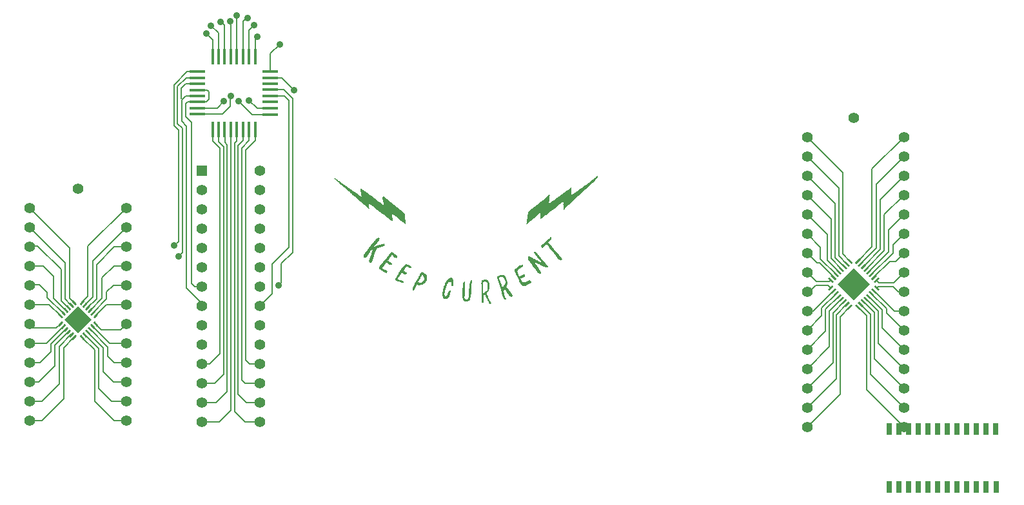
<source format=gtl>
G04 (created by PCBNEW (2013-03-19 BZR 4004)-stable) date 8/12/2013 12:05:23 AM*
%MOIN*%
G04 Gerber Fmt 3.4, Leading zero omitted, Abs format*
%FSLAX34Y34*%
G01*
G70*
G90*
G04 APERTURE LIST*
%ADD10C,0*%
%ADD11C,0.0001*%
%ADD12R,0.0787X0.0177*%
%ADD13R,0.0177X0.0787*%
%ADD14C,0.055*%
%ADD15R,0.055X0.055*%
%ADD16C,0.0098*%
%ADD17R,0.03X0.06*%
%ADD18C,0.035*%
%ADD19C,0.008*%
G04 APERTURE END LIST*
G54D10*
G54D11*
G36*
X61929Y-42214D02*
X61923Y-42229D01*
X61907Y-42251D01*
X61885Y-42263D01*
X61871Y-42265D01*
X61861Y-42261D01*
X61846Y-42249D01*
X61832Y-42236D01*
X61817Y-42216D01*
X61805Y-42198D01*
X61801Y-42187D01*
X61796Y-42173D01*
X61787Y-42151D01*
X61776Y-42123D01*
X61765Y-42101D01*
X61749Y-42066D01*
X61730Y-42025D01*
X61711Y-41984D01*
X61700Y-41960D01*
X61684Y-41926D01*
X61666Y-41892D01*
X61649Y-41862D01*
X61637Y-41844D01*
X61623Y-41822D01*
X61613Y-41802D01*
X61609Y-41788D01*
X61608Y-41786D01*
X61606Y-41773D01*
X61603Y-41767D01*
X61592Y-41767D01*
X61576Y-41771D01*
X61561Y-41779D01*
X61554Y-41787D01*
X61545Y-41795D01*
X61540Y-41796D01*
X61530Y-41801D01*
X61522Y-41814D01*
X61520Y-41826D01*
X61521Y-41829D01*
X61524Y-41839D01*
X61526Y-41858D01*
X61527Y-41873D01*
X61528Y-41892D01*
X61531Y-41921D01*
X61533Y-41957D01*
X61537Y-41996D01*
X61539Y-42023D01*
X61543Y-42071D01*
X61544Y-42108D01*
X61544Y-42136D01*
X61542Y-42158D01*
X61537Y-42175D01*
X61530Y-42189D01*
X61523Y-42199D01*
X61509Y-42214D01*
X61492Y-42220D01*
X61488Y-42220D01*
X61472Y-42217D01*
X61459Y-42209D01*
X61446Y-42192D01*
X61432Y-42168D01*
X61428Y-42159D01*
X61424Y-42150D01*
X61422Y-42140D01*
X61420Y-42126D01*
X61419Y-42108D01*
X61418Y-42083D01*
X61418Y-42051D01*
X61418Y-42008D01*
X61418Y-41956D01*
X61419Y-41903D01*
X61420Y-41849D01*
X61421Y-41798D01*
X61422Y-41751D01*
X61423Y-41712D01*
X61424Y-41689D01*
X61426Y-41642D01*
X61428Y-41590D01*
X61428Y-41535D01*
X61428Y-41478D01*
X61428Y-41423D01*
X61426Y-41370D01*
X61424Y-41322D01*
X61422Y-41280D01*
X61419Y-41248D01*
X61415Y-41227D01*
X61410Y-41198D01*
X61410Y-41180D01*
X61411Y-41175D01*
X61416Y-41165D01*
X61420Y-41146D01*
X61422Y-41131D01*
X61426Y-41098D01*
X61430Y-41076D01*
X61435Y-41061D01*
X61440Y-41052D01*
X61448Y-41046D01*
X61453Y-41043D01*
X61476Y-41034D01*
X61509Y-41026D01*
X61550Y-41019D01*
X61595Y-41013D01*
X61619Y-41011D01*
X61648Y-41009D01*
X61667Y-41009D01*
X61683Y-41011D01*
X61697Y-41016D01*
X61716Y-41026D01*
X61720Y-41028D01*
X61752Y-41048D01*
X61777Y-41073D01*
X61796Y-41103D01*
X61810Y-41142D01*
X61821Y-41190D01*
X61826Y-41225D01*
X61829Y-41260D01*
X61831Y-41302D01*
X61832Y-41347D01*
X61831Y-41393D01*
X61830Y-41435D01*
X61827Y-41469D01*
X61824Y-41487D01*
X61815Y-41521D01*
X61801Y-41557D01*
X61780Y-41598D01*
X61752Y-41644D01*
X61751Y-41645D01*
X61751Y-41388D01*
X61746Y-41317D01*
X61742Y-41286D01*
X61735Y-41242D01*
X61727Y-41208D01*
X61719Y-41182D01*
X61708Y-41164D01*
X61694Y-41149D01*
X61675Y-41136D01*
X61655Y-41125D01*
X61640Y-41118D01*
X61627Y-41115D01*
X61612Y-41114D01*
X61589Y-41117D01*
X61576Y-41119D01*
X61547Y-41124D01*
X61527Y-41130D01*
X61514Y-41138D01*
X61510Y-41142D01*
X61496Y-41157D01*
X61503Y-41397D01*
X61505Y-41453D01*
X61507Y-41506D01*
X61508Y-41554D01*
X61509Y-41596D01*
X61510Y-41630D01*
X61511Y-41654D01*
X61511Y-41667D01*
X61511Y-41697D01*
X61538Y-41691D01*
X61565Y-41680D01*
X61592Y-41660D01*
X61593Y-41659D01*
X61615Y-41641D01*
X61641Y-41621D01*
X61656Y-41611D01*
X61692Y-41582D01*
X61719Y-41546D01*
X61738Y-41502D01*
X61748Y-41450D01*
X61751Y-41388D01*
X61751Y-41645D01*
X61715Y-41697D01*
X61695Y-41725D01*
X61688Y-41738D01*
X61685Y-41750D01*
X61689Y-41765D01*
X61699Y-41784D01*
X61716Y-41811D01*
X61718Y-41814D01*
X61752Y-41869D01*
X61774Y-41919D01*
X61784Y-41953D01*
X61791Y-41975D01*
X61799Y-41994D01*
X61803Y-42001D01*
X61809Y-42009D01*
X61806Y-42009D01*
X61804Y-42008D01*
X61803Y-42010D01*
X61807Y-42018D01*
X61814Y-42030D01*
X61823Y-42042D01*
X61830Y-42050D01*
X61831Y-42050D01*
X61836Y-42057D01*
X61846Y-42072D01*
X61860Y-42093D01*
X61871Y-42109D01*
X61887Y-42133D01*
X61902Y-42155D01*
X61913Y-42169D01*
X61917Y-42174D01*
X61929Y-42193D01*
X61929Y-42214D01*
X61929Y-42214D01*
X61929Y-42214D01*
G37*
G36*
X60943Y-41096D02*
X60936Y-41125D01*
X60930Y-41141D01*
X60920Y-41181D01*
X60917Y-41217D01*
X60917Y-41241D01*
X60915Y-41275D01*
X60914Y-41317D01*
X60911Y-41365D01*
X60908Y-41417D01*
X60905Y-41472D01*
X60902Y-41527D01*
X60899Y-41580D01*
X60895Y-41630D01*
X60892Y-41673D01*
X60889Y-41710D01*
X60887Y-41736D01*
X60885Y-41747D01*
X60872Y-41832D01*
X60859Y-41904D01*
X60846Y-41964D01*
X60833Y-42013D01*
X60820Y-42051D01*
X60806Y-42079D01*
X60792Y-42097D01*
X60791Y-42098D01*
X60756Y-42122D01*
X60715Y-42138D01*
X60665Y-42145D01*
X60660Y-42146D01*
X60631Y-42146D01*
X60609Y-42145D01*
X60588Y-42139D01*
X60570Y-42132D01*
X60529Y-42111D01*
X60496Y-42083D01*
X60471Y-42048D01*
X60454Y-42005D01*
X60444Y-41952D01*
X60440Y-41891D01*
X60443Y-41818D01*
X60443Y-41815D01*
X60445Y-41771D01*
X60447Y-41719D01*
X60447Y-41668D01*
X60446Y-41626D01*
X60445Y-41559D01*
X60448Y-41482D01*
X60454Y-41394D01*
X60463Y-41293D01*
X60468Y-41242D01*
X60473Y-41210D01*
X60478Y-41186D01*
X60486Y-41165D01*
X60497Y-41144D01*
X60500Y-41140D01*
X60518Y-41112D01*
X60537Y-41095D01*
X60553Y-41088D01*
X60566Y-41092D01*
X60575Y-41107D01*
X60575Y-41107D01*
X60580Y-41134D01*
X60583Y-41169D01*
X60584Y-41206D01*
X60582Y-41242D01*
X60578Y-41272D01*
X60577Y-41278D01*
X60561Y-41359D01*
X60554Y-41449D01*
X60553Y-41513D01*
X60554Y-41582D01*
X60555Y-41642D01*
X60555Y-41693D01*
X60555Y-41739D01*
X60554Y-41783D01*
X60553Y-41827D01*
X60553Y-41849D01*
X60550Y-41950D01*
X60570Y-41986D01*
X60582Y-42006D01*
X60593Y-42017D01*
X60606Y-42024D01*
X60622Y-42029D01*
X60652Y-42035D01*
X60674Y-42036D01*
X60691Y-42032D01*
X60707Y-42022D01*
X60712Y-42017D01*
X60722Y-42007D01*
X60732Y-41993D01*
X60739Y-41976D01*
X60746Y-41955D01*
X60752Y-41927D01*
X60757Y-41893D01*
X60761Y-41851D01*
X60765Y-41799D01*
X60768Y-41738D01*
X60772Y-41665D01*
X60774Y-41610D01*
X60777Y-41540D01*
X60781Y-41482D01*
X60786Y-41435D01*
X60791Y-41398D01*
X60793Y-41386D01*
X60799Y-41351D01*
X60804Y-41310D01*
X60808Y-41269D01*
X60809Y-41252D01*
X60813Y-41201D01*
X60822Y-41160D01*
X60835Y-41124D01*
X60855Y-41089D01*
X60863Y-41078D01*
X60884Y-41056D01*
X60903Y-41046D01*
X60922Y-41050D01*
X60933Y-41059D01*
X60942Y-41075D01*
X60943Y-41096D01*
X60943Y-41096D01*
X60943Y-41096D01*
G37*
G36*
X63037Y-41837D02*
X63035Y-41847D01*
X63031Y-41858D01*
X63026Y-41867D01*
X63010Y-41888D01*
X62989Y-41897D01*
X62962Y-41896D01*
X62930Y-41883D01*
X62897Y-41861D01*
X62884Y-41852D01*
X62872Y-41840D01*
X62859Y-41826D01*
X62844Y-41808D01*
X62825Y-41783D01*
X62803Y-41752D01*
X62776Y-41712D01*
X62746Y-41670D01*
X62736Y-41657D01*
X62728Y-41651D01*
X62726Y-41651D01*
X62724Y-41651D01*
X62725Y-41648D01*
X62724Y-41639D01*
X62713Y-41626D01*
X62710Y-41623D01*
X62697Y-41608D01*
X62691Y-41595D01*
X62690Y-41593D01*
X62687Y-41584D01*
X62683Y-41585D01*
X62678Y-41585D01*
X62679Y-41580D01*
X62678Y-41569D01*
X62674Y-41566D01*
X62666Y-41558D01*
X62659Y-41548D01*
X62659Y-41137D01*
X62657Y-41114D01*
X62653Y-41083D01*
X62653Y-41080D01*
X62644Y-41032D01*
X62632Y-40994D01*
X62613Y-40960D01*
X62587Y-40928D01*
X62573Y-40913D01*
X62540Y-40881D01*
X62463Y-40881D01*
X62427Y-40881D01*
X62400Y-40883D01*
X62380Y-40886D01*
X62364Y-40891D01*
X62359Y-40893D01*
X62343Y-40901D01*
X62333Y-40907D01*
X62332Y-40909D01*
X62334Y-40918D01*
X62340Y-40937D01*
X62349Y-40965D01*
X62360Y-41000D01*
X62374Y-41040D01*
X62389Y-41085D01*
X62405Y-41131D01*
X62422Y-41178D01*
X62438Y-41223D01*
X62453Y-41266D01*
X62466Y-41303D01*
X62478Y-41335D01*
X62487Y-41358D01*
X62492Y-41372D01*
X62493Y-41374D01*
X62501Y-41381D01*
X62508Y-41381D01*
X62520Y-41375D01*
X62527Y-41371D01*
X62543Y-41360D01*
X62563Y-41341D01*
X62584Y-41319D01*
X62594Y-41308D01*
X62614Y-41285D01*
X62627Y-41267D01*
X62636Y-41250D01*
X62643Y-41230D01*
X62649Y-41204D01*
X62655Y-41177D01*
X62658Y-41156D01*
X62659Y-41137D01*
X62659Y-41548D01*
X62655Y-41543D01*
X62651Y-41536D01*
X62642Y-41520D01*
X62633Y-41511D01*
X62630Y-41510D01*
X62622Y-41514D01*
X62607Y-41525D01*
X62589Y-41541D01*
X62588Y-41542D01*
X62554Y-41574D01*
X62598Y-41762D01*
X62611Y-41816D01*
X62621Y-41858D01*
X62628Y-41890D01*
X62635Y-41914D01*
X62640Y-41931D01*
X62644Y-41941D01*
X62649Y-41947D01*
X62653Y-41950D01*
X62657Y-41952D01*
X62658Y-41952D01*
X62676Y-41957D01*
X62687Y-41969D01*
X62690Y-41990D01*
X62690Y-41996D01*
X62689Y-42015D01*
X62683Y-42026D01*
X62676Y-42032D01*
X62663Y-42039D01*
X62658Y-42043D01*
X62650Y-42045D01*
X62634Y-42043D01*
X62627Y-42042D01*
X62600Y-42036D01*
X62545Y-41904D01*
X62527Y-41862D01*
X62513Y-41826D01*
X62501Y-41794D01*
X62491Y-41764D01*
X62482Y-41731D01*
X62472Y-41694D01*
X62462Y-41649D01*
X62454Y-41614D01*
X62444Y-41569D01*
X62434Y-41527D01*
X62426Y-41490D01*
X62420Y-41460D01*
X62415Y-41439D01*
X62414Y-41431D01*
X62408Y-41411D01*
X62400Y-41387D01*
X62397Y-41379D01*
X62382Y-41342D01*
X62364Y-41298D01*
X62346Y-41250D01*
X62327Y-41199D01*
X62308Y-41146D01*
X62290Y-41094D01*
X62272Y-41044D01*
X62257Y-40997D01*
X62243Y-40955D01*
X62232Y-40921D01*
X62225Y-40894D01*
X62221Y-40878D01*
X62221Y-40876D01*
X62226Y-40864D01*
X62239Y-40850D01*
X62256Y-40839D01*
X62265Y-40835D01*
X62280Y-40828D01*
X62288Y-40823D01*
X62309Y-40809D01*
X62339Y-40797D01*
X62381Y-40787D01*
X62434Y-40778D01*
X62447Y-40776D01*
X62485Y-40772D01*
X62513Y-40769D01*
X62534Y-40768D01*
X62550Y-40769D01*
X62564Y-40772D01*
X62570Y-40773D01*
X62599Y-40787D01*
X62628Y-40810D01*
X62655Y-40839D01*
X62672Y-40868D01*
X62681Y-40884D01*
X62688Y-40895D01*
X62690Y-40897D01*
X62693Y-40904D01*
X62699Y-40921D01*
X62707Y-40947D01*
X62716Y-40979D01*
X62722Y-41001D01*
X62732Y-41036D01*
X62740Y-41067D01*
X62747Y-41092D01*
X62752Y-41108D01*
X62754Y-41112D01*
X62762Y-41144D01*
X62762Y-41183D01*
X62759Y-41216D01*
X62756Y-41240D01*
X62754Y-41262D01*
X62755Y-41270D01*
X62754Y-41282D01*
X62750Y-41285D01*
X62749Y-41286D01*
X62749Y-41272D01*
X62746Y-41268D01*
X62742Y-41272D01*
X62746Y-41275D01*
X62749Y-41272D01*
X62749Y-41286D01*
X62745Y-41288D01*
X62740Y-41301D01*
X62740Y-41303D01*
X62734Y-41324D01*
X62725Y-41346D01*
X62723Y-41350D01*
X62717Y-41371D01*
X62717Y-41388D01*
X62724Y-41397D01*
X62730Y-41399D01*
X62737Y-41404D01*
X62740Y-41410D01*
X62745Y-41418D01*
X62757Y-41434D01*
X62775Y-41459D01*
X62798Y-41490D01*
X62825Y-41527D01*
X62856Y-41568D01*
X62890Y-41612D01*
X62890Y-41613D01*
X62930Y-41665D01*
X62962Y-41708D01*
X62988Y-41743D01*
X63007Y-41771D01*
X63021Y-41793D01*
X63030Y-41811D01*
X63035Y-41825D01*
X63037Y-41837D01*
X63037Y-41837D01*
X63037Y-41837D01*
G37*
G36*
X59979Y-41172D02*
X59979Y-41210D01*
X59978Y-41238D01*
X59977Y-41258D01*
X59974Y-41272D01*
X59970Y-41284D01*
X59964Y-41295D01*
X59962Y-41299D01*
X59943Y-41325D01*
X59923Y-41338D01*
X59902Y-41338D01*
X59893Y-41334D01*
X59874Y-41324D01*
X59876Y-41226D01*
X59878Y-41128D01*
X59813Y-41130D01*
X59777Y-41132D01*
X59751Y-41136D01*
X59730Y-41143D01*
X59712Y-41155D01*
X59693Y-41173D01*
X59685Y-41182D01*
X59660Y-41214D01*
X59643Y-41253D01*
X59631Y-41300D01*
X59630Y-41304D01*
X59625Y-41323D01*
X59615Y-41348D01*
X59604Y-41374D01*
X59604Y-41374D01*
X59594Y-41398D01*
X59582Y-41431D01*
X59569Y-41472D01*
X59557Y-41518D01*
X59545Y-41565D01*
X59534Y-41612D01*
X59533Y-41617D01*
X59524Y-41659D01*
X59518Y-41690D01*
X59514Y-41713D01*
X59512Y-41731D01*
X59511Y-41746D01*
X59513Y-41759D01*
X59515Y-41775D01*
X59519Y-41793D01*
X59526Y-41829D01*
X59533Y-41853D01*
X59540Y-41869D01*
X59547Y-41876D01*
X59557Y-41877D01*
X59561Y-41877D01*
X59583Y-41867D01*
X59607Y-41849D01*
X59630Y-41826D01*
X59643Y-41809D01*
X59653Y-41791D01*
X59664Y-41765D01*
X59675Y-41736D01*
X59679Y-41723D01*
X59695Y-41682D01*
X59713Y-41645D01*
X59733Y-41614D01*
X59753Y-41592D01*
X59767Y-41583D01*
X59786Y-41578D01*
X59803Y-41579D01*
X59816Y-41583D01*
X59821Y-41590D01*
X59823Y-41605D01*
X59823Y-41610D01*
X59821Y-41629D01*
X59816Y-41657D01*
X59808Y-41692D01*
X59798Y-41731D01*
X59788Y-41770D01*
X59777Y-41807D01*
X59767Y-41839D01*
X59758Y-41864D01*
X59754Y-41871D01*
X59728Y-41917D01*
X59700Y-41953D01*
X59673Y-41978D01*
X59654Y-41988D01*
X59632Y-41998D01*
X59613Y-42009D01*
X59607Y-42012D01*
X59583Y-42022D01*
X59552Y-42023D01*
X59517Y-42017D01*
X59517Y-42016D01*
X59500Y-42009D01*
X59478Y-41995D01*
X59460Y-41982D01*
X59442Y-41965D01*
X59431Y-41951D01*
X59424Y-41935D01*
X59419Y-41912D01*
X59410Y-41840D01*
X59407Y-41762D01*
X59411Y-41681D01*
X59415Y-41642D01*
X59420Y-41603D01*
X59427Y-41564D01*
X59437Y-41524D01*
X59448Y-41481D01*
X59464Y-41433D01*
X59482Y-41378D01*
X59506Y-41314D01*
X59523Y-41268D01*
X59547Y-41206D01*
X59569Y-41153D01*
X59590Y-41110D01*
X59612Y-41074D01*
X59634Y-41044D01*
X59658Y-41017D01*
X59686Y-40993D01*
X59702Y-40980D01*
X59753Y-40945D01*
X59799Y-40920D01*
X59838Y-40906D01*
X59862Y-40903D01*
X59885Y-40906D01*
X59904Y-40916D01*
X59921Y-40935D01*
X59937Y-40963D01*
X59954Y-41003D01*
X59956Y-41009D01*
X59965Y-41034D01*
X59971Y-41054D01*
X59975Y-41072D01*
X59978Y-41092D01*
X59979Y-41116D01*
X59979Y-41148D01*
X59979Y-41172D01*
X59979Y-41172D01*
X59979Y-41172D01*
G37*
G36*
X58617Y-40891D02*
X58616Y-40931D01*
X58613Y-40971D01*
X58608Y-41008D01*
X58602Y-41040D01*
X58596Y-41063D01*
X58593Y-41070D01*
X58584Y-41082D01*
X58568Y-41100D01*
X58547Y-41123D01*
X58522Y-41148D01*
X58496Y-41174D01*
X58471Y-41199D01*
X58471Y-40967D01*
X58470Y-40938D01*
X58462Y-40905D01*
X58458Y-40895D01*
X58449Y-40874D01*
X58435Y-40850D01*
X58420Y-40825D01*
X58404Y-40802D01*
X58388Y-40782D01*
X58377Y-40770D01*
X58370Y-40767D01*
X58362Y-40770D01*
X58355Y-40775D01*
X58350Y-40782D01*
X58339Y-40798D01*
X58323Y-40823D01*
X58305Y-40853D01*
X58283Y-40888D01*
X58260Y-40926D01*
X58237Y-40965D01*
X58214Y-41004D01*
X58193Y-41040D01*
X58174Y-41072D01*
X58158Y-41099D01*
X58147Y-41119D01*
X58142Y-41129D01*
X58142Y-41131D01*
X58147Y-41138D01*
X58163Y-41147D01*
X58185Y-41155D01*
X58211Y-41161D01*
X58223Y-41164D01*
X58255Y-41168D01*
X58277Y-41169D01*
X58295Y-41167D01*
X58312Y-41162D01*
X58333Y-41152D01*
X58335Y-41151D01*
X58381Y-41121D01*
X58419Y-41080D01*
X58447Y-41034D01*
X58464Y-40998D01*
X58471Y-40967D01*
X58471Y-41199D01*
X58470Y-41199D01*
X58447Y-41221D01*
X58429Y-41237D01*
X58416Y-41247D01*
X58414Y-41248D01*
X58352Y-41271D01*
X58295Y-41286D01*
X58240Y-41293D01*
X58183Y-41293D01*
X58176Y-41292D01*
X58148Y-41290D01*
X58122Y-41287D01*
X58103Y-41285D01*
X58099Y-41285D01*
X58092Y-41283D01*
X58086Y-41284D01*
X58079Y-41289D01*
X58072Y-41299D01*
X58062Y-41316D01*
X58048Y-41341D01*
X58031Y-41375D01*
X58012Y-41411D01*
X57993Y-41446D01*
X57975Y-41476D01*
X57960Y-41500D01*
X57954Y-41507D01*
X57941Y-41526D01*
X57933Y-41541D01*
X57930Y-41550D01*
X57931Y-41550D01*
X57931Y-41560D01*
X57923Y-41568D01*
X57908Y-41573D01*
X57892Y-41574D01*
X57876Y-41570D01*
X57867Y-41564D01*
X57862Y-41553D01*
X57860Y-41535D01*
X57859Y-41506D01*
X57860Y-41492D01*
X57861Y-41468D01*
X57862Y-41449D01*
X57865Y-41432D01*
X57871Y-41415D01*
X57881Y-41393D01*
X57894Y-41365D01*
X57903Y-41348D01*
X57915Y-41325D01*
X57932Y-41292D01*
X57954Y-41251D01*
X57980Y-41203D01*
X58009Y-41151D01*
X58040Y-41095D01*
X58072Y-41038D01*
X58092Y-41001D01*
X58123Y-40946D01*
X58152Y-40894D01*
X58179Y-40847D01*
X58203Y-40804D01*
X58222Y-40767D01*
X58238Y-40739D01*
X58248Y-40719D01*
X58252Y-40711D01*
X58264Y-40692D01*
X58282Y-40671D01*
X58303Y-40650D01*
X58324Y-40632D01*
X58342Y-40621D01*
X58347Y-40619D01*
X58355Y-40618D01*
X58366Y-40620D01*
X58380Y-40625D01*
X58399Y-40635D01*
X58424Y-40650D01*
X58459Y-40671D01*
X58477Y-40683D01*
X58512Y-40705D01*
X58538Y-40721D01*
X58556Y-40735D01*
X58570Y-40747D01*
X58581Y-40759D01*
X58591Y-40773D01*
X58597Y-40783D01*
X58606Y-40797D01*
X58612Y-40809D01*
X58615Y-40823D01*
X58617Y-40841D01*
X58617Y-40867D01*
X58617Y-40891D01*
X58617Y-40891D01*
X58617Y-40891D01*
G37*
G36*
X63991Y-41125D02*
X63991Y-41137D01*
X63987Y-41152D01*
X63987Y-41152D01*
X63978Y-41171D01*
X63964Y-41185D01*
X63950Y-41192D01*
X63934Y-41201D01*
X63923Y-41208D01*
X63922Y-41211D01*
X63916Y-41215D01*
X63909Y-41216D01*
X63900Y-41219D01*
X63899Y-41223D01*
X63898Y-41229D01*
X63893Y-41230D01*
X63881Y-41231D01*
X63878Y-41232D01*
X63870Y-41235D01*
X63854Y-41243D01*
X63833Y-41253D01*
X63809Y-41265D01*
X63786Y-41277D01*
X63769Y-41286D01*
X63753Y-41294D01*
X63737Y-41300D01*
X63724Y-41309D01*
X63722Y-41317D01*
X63723Y-41326D01*
X63716Y-41325D01*
X63708Y-41319D01*
X63702Y-41315D01*
X63700Y-41319D01*
X63695Y-41325D01*
X63692Y-41325D01*
X63686Y-41329D01*
X63686Y-41334D01*
X63686Y-41339D01*
X63681Y-41336D01*
X63669Y-41333D01*
X63647Y-41333D01*
X63640Y-41334D01*
X63606Y-41338D01*
X63581Y-41338D01*
X63560Y-41334D01*
X63540Y-41327D01*
X63519Y-41315D01*
X63497Y-41298D01*
X63486Y-41290D01*
X63480Y-41284D01*
X63474Y-41276D01*
X63467Y-41265D01*
X63458Y-41251D01*
X63448Y-41232D01*
X63436Y-41208D01*
X63421Y-41177D01*
X63403Y-41139D01*
X63381Y-41092D01*
X63355Y-41036D01*
X63325Y-40970D01*
X63299Y-40913D01*
X63270Y-40849D01*
X63242Y-40787D01*
X63216Y-40730D01*
X63193Y-40677D01*
X63173Y-40631D01*
X63156Y-40592D01*
X63144Y-40562D01*
X63136Y-40541D01*
X63132Y-40532D01*
X63130Y-40515D01*
X63130Y-40500D01*
X63135Y-40486D01*
X63146Y-40472D01*
X63163Y-40456D01*
X63188Y-40436D01*
X63223Y-40411D01*
X63237Y-40401D01*
X63282Y-40369D01*
X63319Y-40342D01*
X63348Y-40319D01*
X63367Y-40303D01*
X63377Y-40293D01*
X63378Y-40290D01*
X63382Y-40288D01*
X63396Y-40287D01*
X63403Y-40287D01*
X63425Y-40283D01*
X63454Y-40273D01*
X63479Y-40262D01*
X63504Y-40251D01*
X63527Y-40243D01*
X63543Y-40239D01*
X63545Y-40239D01*
X63564Y-40244D01*
X63577Y-40259D01*
X63581Y-40281D01*
X63580Y-40294D01*
X63578Y-40303D01*
X63572Y-40312D01*
X63563Y-40322D01*
X63547Y-40335D01*
X63524Y-40353D01*
X63492Y-40375D01*
X63487Y-40380D01*
X63451Y-40405D01*
X63415Y-40431D01*
X63380Y-40456D01*
X63351Y-40477D01*
X63341Y-40485D01*
X63285Y-40526D01*
X63284Y-40570D01*
X63284Y-40586D01*
X63285Y-40600D01*
X63287Y-40615D01*
X63293Y-40632D01*
X63301Y-40654D01*
X63314Y-40683D01*
X63331Y-40722D01*
X63333Y-40726D01*
X63351Y-40767D01*
X63365Y-40797D01*
X63376Y-40818D01*
X63385Y-40831D01*
X63391Y-40837D01*
X63395Y-40838D01*
X63405Y-40835D01*
X63424Y-40827D01*
X63450Y-40814D01*
X63482Y-40798D01*
X63516Y-40780D01*
X63550Y-40761D01*
X63580Y-40745D01*
X63605Y-40732D01*
X63622Y-40724D01*
X63629Y-40721D01*
X63629Y-40721D01*
X63638Y-40726D01*
X63650Y-40739D01*
X63663Y-40756D01*
X63674Y-40774D01*
X63680Y-40789D01*
X63681Y-40792D01*
X63679Y-40808D01*
X63676Y-40822D01*
X63668Y-40834D01*
X63654Y-40845D01*
X63633Y-40858D01*
X63604Y-40874D01*
X63564Y-40893D01*
X63560Y-40894D01*
X63526Y-40910D01*
X63496Y-40925D01*
X63472Y-40937D01*
X63457Y-40945D01*
X63451Y-40948D01*
X63451Y-40956D01*
X63456Y-40973D01*
X63466Y-40997D01*
X63478Y-41024D01*
X63492Y-41053D01*
X63506Y-41081D01*
X63519Y-41106D01*
X63531Y-41125D01*
X63539Y-41134D01*
X63552Y-41145D01*
X63563Y-41149D01*
X63579Y-41150D01*
X63595Y-41149D01*
X63632Y-41145D01*
X63665Y-41140D01*
X63692Y-41135D01*
X63707Y-41130D01*
X63728Y-41122D01*
X63754Y-41111D01*
X63781Y-41099D01*
X63807Y-41086D01*
X63829Y-41074D01*
X63844Y-41065D01*
X63850Y-41059D01*
X63850Y-41059D01*
X63854Y-41055D01*
X63856Y-41056D01*
X63866Y-41056D01*
X63881Y-41052D01*
X63884Y-41051D01*
X63904Y-41045D01*
X63924Y-41047D01*
X63931Y-41049D01*
X63947Y-41056D01*
X63960Y-41067D01*
X63973Y-41086D01*
X63976Y-41091D01*
X63987Y-41111D01*
X63991Y-41125D01*
X63991Y-41125D01*
X63991Y-41125D01*
G37*
G36*
X57806Y-40359D02*
X57802Y-40382D01*
X57788Y-40402D01*
X57773Y-40414D01*
X57758Y-40421D01*
X57755Y-40421D01*
X57743Y-40419D01*
X57724Y-40411D01*
X57698Y-40399D01*
X57664Y-40380D01*
X57620Y-40354D01*
X57602Y-40344D01*
X57583Y-40333D01*
X57568Y-40326D01*
X57562Y-40323D01*
X57556Y-40329D01*
X57543Y-40342D01*
X57526Y-40363D01*
X57506Y-40389D01*
X57484Y-40418D01*
X57461Y-40449D01*
X57440Y-40478D01*
X57421Y-40506D01*
X57406Y-40529D01*
X57395Y-40545D01*
X57392Y-40554D01*
X57397Y-40557D01*
X57402Y-40558D01*
X57412Y-40561D01*
X57430Y-40569D01*
X57455Y-40580D01*
X57477Y-40591D01*
X57511Y-40610D01*
X57535Y-40625D01*
X57550Y-40639D01*
X57555Y-40646D01*
X57564Y-40672D01*
X57561Y-40699D01*
X57546Y-40723D01*
X57536Y-40736D01*
X57534Y-40745D01*
X57534Y-40745D01*
X57530Y-40750D01*
X57516Y-40752D01*
X57496Y-40752D01*
X57473Y-40749D01*
X57450Y-40745D01*
X57447Y-40744D01*
X57428Y-40737D01*
X57413Y-40728D01*
X57397Y-40714D01*
X57378Y-40692D01*
X57361Y-40671D01*
X57344Y-40653D01*
X57332Y-40642D01*
X57330Y-40640D01*
X57323Y-40636D01*
X57316Y-40637D01*
X57309Y-40643D01*
X57298Y-40657D01*
X57282Y-40679D01*
X57267Y-40703D01*
X57254Y-40724D01*
X57246Y-40741D01*
X57245Y-40745D01*
X57236Y-40763D01*
X57224Y-40775D01*
X57213Y-40787D01*
X57196Y-40806D01*
X57177Y-40831D01*
X57156Y-40859D01*
X57136Y-40886D01*
X57120Y-40911D01*
X57114Y-40922D01*
X57104Y-40940D01*
X57100Y-40954D01*
X57103Y-40968D01*
X57105Y-40975D01*
X57111Y-40992D01*
X57121Y-41001D01*
X57136Y-41005D01*
X57154Y-41009D01*
X57180Y-41018D01*
X57213Y-41028D01*
X57250Y-41041D01*
X57287Y-41054D01*
X57323Y-41068D01*
X57353Y-41079D01*
X57377Y-41089D01*
X57387Y-41094D01*
X57403Y-41105D01*
X57410Y-41116D01*
X57412Y-41130D01*
X57406Y-41153D01*
X57397Y-41164D01*
X57386Y-41173D01*
X57379Y-41176D01*
X57371Y-41175D01*
X57355Y-41172D01*
X57350Y-41170D01*
X57332Y-41166D01*
X57306Y-41158D01*
X57277Y-41147D01*
X57265Y-41143D01*
X57235Y-41132D01*
X57205Y-41122D01*
X57181Y-41114D01*
X57174Y-41112D01*
X57160Y-41108D01*
X57139Y-41101D01*
X57111Y-41091D01*
X57080Y-41080D01*
X57049Y-41068D01*
X57020Y-41057D01*
X56995Y-41048D01*
X56978Y-41041D01*
X56970Y-41037D01*
X56969Y-41031D01*
X56967Y-41015D01*
X56965Y-40994D01*
X56960Y-40952D01*
X56995Y-40913D01*
X57010Y-40896D01*
X57021Y-40882D01*
X57031Y-40867D01*
X57042Y-40849D01*
X57053Y-40826D01*
X57068Y-40794D01*
X57075Y-40780D01*
X57084Y-40763D01*
X57100Y-40737D01*
X57122Y-40703D01*
X57148Y-40663D01*
X57179Y-40619D01*
X57212Y-40571D01*
X57246Y-40521D01*
X57282Y-40471D01*
X57317Y-40422D01*
X57351Y-40376D01*
X57382Y-40333D01*
X57410Y-40296D01*
X57434Y-40265D01*
X57452Y-40243D01*
X57461Y-40233D01*
X57496Y-40198D01*
X57530Y-40202D01*
X57563Y-40210D01*
X57588Y-40225D01*
X57605Y-40237D01*
X57619Y-40244D01*
X57624Y-40245D01*
X57635Y-40247D01*
X57654Y-40252D01*
X57679Y-40259D01*
X57691Y-40262D01*
X57722Y-40273D01*
X57745Y-40283D01*
X57763Y-40296D01*
X57774Y-40306D01*
X57796Y-40334D01*
X57806Y-40359D01*
X57806Y-40359D01*
X57806Y-40359D01*
G37*
G36*
X61589Y-40985D02*
X61586Y-40988D01*
X61582Y-40985D01*
X61586Y-40982D01*
X61589Y-40985D01*
X61589Y-40985D01*
X61589Y-40985D01*
G37*
G36*
X64864Y-40327D02*
X64862Y-40348D01*
X64853Y-40362D01*
X64845Y-40365D01*
X64831Y-40368D01*
X64809Y-40372D01*
X64797Y-40375D01*
X64778Y-40378D01*
X64763Y-40378D01*
X64747Y-40374D01*
X64726Y-40365D01*
X64719Y-40363D01*
X64696Y-40353D01*
X64676Y-40346D01*
X64664Y-40343D01*
X64664Y-40343D01*
X64654Y-40340D01*
X64652Y-40337D01*
X64646Y-40333D01*
X64631Y-40324D01*
X64607Y-40312D01*
X64577Y-40298D01*
X64549Y-40285D01*
X64511Y-40267D01*
X64465Y-40245D01*
X64415Y-40220D01*
X64365Y-40195D01*
X64318Y-40170D01*
X64313Y-40167D01*
X64275Y-40147D01*
X64241Y-40130D01*
X64213Y-40115D01*
X64192Y-40105D01*
X64180Y-40099D01*
X64177Y-40098D01*
X64179Y-40105D01*
X64185Y-40120D01*
X64194Y-40141D01*
X64197Y-40148D01*
X64210Y-40172D01*
X64230Y-40206D01*
X64259Y-40248D01*
X64295Y-40299D01*
X64331Y-40348D01*
X64376Y-40410D01*
X64415Y-40467D01*
X64448Y-40517D01*
X64475Y-40561D01*
X64494Y-40597D01*
X64507Y-40624D01*
X64511Y-40643D01*
X64511Y-40647D01*
X64503Y-40660D01*
X64485Y-40678D01*
X64457Y-40700D01*
X64447Y-40708D01*
X64438Y-40708D01*
X64421Y-40702D01*
X64398Y-40693D01*
X64385Y-40687D01*
X64329Y-40661D01*
X64186Y-40456D01*
X64154Y-40410D01*
X64123Y-40367D01*
X64095Y-40328D01*
X64072Y-40294D01*
X64052Y-40267D01*
X64039Y-40249D01*
X64032Y-40239D01*
X64031Y-40239D01*
X64023Y-40228D01*
X64020Y-40223D01*
X64016Y-40216D01*
X64006Y-40201D01*
X63991Y-40179D01*
X63971Y-40150D01*
X63948Y-40117D01*
X63934Y-40097D01*
X63848Y-39975D01*
X63830Y-39903D01*
X63823Y-39874D01*
X63818Y-39850D01*
X63816Y-39833D01*
X63816Y-39827D01*
X63825Y-39824D01*
X63842Y-39819D01*
X63865Y-39813D01*
X63867Y-39813D01*
X63890Y-39808D01*
X63906Y-39806D01*
X63918Y-39807D01*
X63930Y-39813D01*
X63939Y-39819D01*
X63958Y-39828D01*
X63973Y-39834D01*
X63977Y-39835D01*
X63990Y-39838D01*
X64005Y-39847D01*
X64005Y-39847D01*
X64022Y-39858D01*
X64039Y-39868D01*
X64057Y-39880D01*
X64079Y-39893D01*
X64106Y-39908D01*
X64140Y-39927D01*
X64180Y-39949D01*
X64230Y-39976D01*
X64271Y-39998D01*
X64318Y-40023D01*
X64362Y-40047D01*
X64402Y-40069D01*
X64435Y-40087D01*
X64462Y-40102D01*
X64479Y-40111D01*
X64486Y-40115D01*
X64501Y-40123D01*
X64523Y-40136D01*
X64548Y-40149D01*
X64550Y-40151D01*
X64596Y-40176D01*
X64494Y-40062D01*
X64458Y-40020D01*
X64418Y-39972D01*
X64376Y-39921D01*
X64336Y-39870D01*
X64301Y-39824D01*
X64296Y-39818D01*
X64268Y-39780D01*
X64240Y-39743D01*
X64215Y-39710D01*
X64194Y-39682D01*
X64178Y-39661D01*
X64172Y-39653D01*
X64152Y-39625D01*
X64144Y-39601D01*
X64147Y-39582D01*
X64156Y-39571D01*
X64174Y-39563D01*
X64197Y-39563D01*
X64223Y-39571D01*
X64246Y-39584D01*
X64257Y-39594D01*
X64274Y-39613D01*
X64296Y-39638D01*
X64321Y-39667D01*
X64345Y-39696D01*
X64371Y-39727D01*
X64395Y-39755D01*
X64416Y-39779D01*
X64432Y-39796D01*
X64441Y-39805D01*
X64451Y-39815D01*
X64467Y-39834D01*
X64484Y-39858D01*
X64495Y-39874D01*
X64513Y-39900D01*
X64541Y-39935D01*
X64577Y-39978D01*
X64622Y-40029D01*
X64676Y-40089D01*
X64691Y-40105D01*
X64738Y-40157D01*
X64778Y-40202D01*
X64810Y-40239D01*
X64835Y-40268D01*
X64851Y-40290D01*
X64859Y-40302D01*
X64859Y-40302D01*
X64864Y-40327D01*
X64864Y-40327D01*
X64864Y-40327D01*
G37*
G36*
X57076Y-39815D02*
X57074Y-39827D01*
X57069Y-39840D01*
X57058Y-39860D01*
X57042Y-39877D01*
X57039Y-39880D01*
X57025Y-39889D01*
X57012Y-39891D01*
X56999Y-39886D01*
X56947Y-39860D01*
X56905Y-39826D01*
X56883Y-39799D01*
X56858Y-39765D01*
X56838Y-39740D01*
X56822Y-39727D01*
X56815Y-39724D01*
X56807Y-39728D01*
X56794Y-39740D01*
X56779Y-39755D01*
X56766Y-39771D01*
X56756Y-39783D01*
X56753Y-39789D01*
X56750Y-39795D01*
X56739Y-39810D01*
X56723Y-39830D01*
X56704Y-39855D01*
X56701Y-39858D01*
X56679Y-39886D01*
X56658Y-39915D01*
X56642Y-39940D01*
X56632Y-39957D01*
X56620Y-39978D01*
X56607Y-39996D01*
X56599Y-40004D01*
X56588Y-40013D01*
X56584Y-40019D01*
X56589Y-40025D01*
X56602Y-40035D01*
X56621Y-40048D01*
X56642Y-40062D01*
X56663Y-40076D01*
X56681Y-40087D01*
X56692Y-40093D01*
X56693Y-40093D01*
X56704Y-40099D01*
X56722Y-40109D01*
X56744Y-40122D01*
X56745Y-40123D01*
X56765Y-40136D01*
X56778Y-40146D01*
X56784Y-40156D01*
X56786Y-40170D01*
X56787Y-40178D01*
X56786Y-40206D01*
X56778Y-40224D01*
X56761Y-40235D01*
X56733Y-40239D01*
X56726Y-40239D01*
X56704Y-40238D01*
X56687Y-40234D01*
X56671Y-40227D01*
X56651Y-40212D01*
X56650Y-40211D01*
X56627Y-40193D01*
X56599Y-40171D01*
X56573Y-40149D01*
X56569Y-40146D01*
X56548Y-40129D01*
X56531Y-40116D01*
X56518Y-40109D01*
X56516Y-40108D01*
X56507Y-40114D01*
X56493Y-40130D01*
X56475Y-40155D01*
X56454Y-40187D01*
X56438Y-40211D01*
X56426Y-40229D01*
X56407Y-40252D01*
X56385Y-40277D01*
X56366Y-40297D01*
X56339Y-40326D01*
X56320Y-40347D01*
X56307Y-40364D01*
X56300Y-40378D01*
X56298Y-40391D01*
X56297Y-40400D01*
X56299Y-40411D01*
X56305Y-40421D01*
X56317Y-40432D01*
X56339Y-40447D01*
X56342Y-40449D01*
X56363Y-40462D01*
X56389Y-40477D01*
X56417Y-40491D01*
X56444Y-40504D01*
X56466Y-40513D01*
X56481Y-40519D01*
X56483Y-40519D01*
X56491Y-40522D01*
X56506Y-40531D01*
X56521Y-40540D01*
X56553Y-40560D01*
X56549Y-40605D01*
X56547Y-40628D01*
X56544Y-40647D01*
X56542Y-40656D01*
X56532Y-40661D01*
X56513Y-40662D01*
X56490Y-40660D01*
X56465Y-40656D01*
X56444Y-40648D01*
X56441Y-40647D01*
X56380Y-40614D01*
X56322Y-40575D01*
X56264Y-40532D01*
X56239Y-40512D01*
X56217Y-40496D01*
X56200Y-40485D01*
X56191Y-40480D01*
X56191Y-40480D01*
X56180Y-40476D01*
X56166Y-40465D01*
X56158Y-40458D01*
X56145Y-40445D01*
X56138Y-40433D01*
X56135Y-40418D01*
X56134Y-40396D01*
X56136Y-40374D01*
X56140Y-40353D01*
X56149Y-40330D01*
X56162Y-40305D01*
X56181Y-40276D01*
X56206Y-40243D01*
X56238Y-40204D01*
X56278Y-40157D01*
X56318Y-40112D01*
X56341Y-40087D01*
X56368Y-40053D01*
X56399Y-40015D01*
X56431Y-39976D01*
X56461Y-39937D01*
X56462Y-39937D01*
X56520Y-39862D01*
X56573Y-39795D01*
X56619Y-39737D01*
X56660Y-39688D01*
X56694Y-39649D01*
X56721Y-39619D01*
X56742Y-39599D01*
X56751Y-39592D01*
X56768Y-39582D01*
X56781Y-39578D01*
X56794Y-39579D01*
X56812Y-39585D01*
X56836Y-39596D01*
X56865Y-39615D01*
X56896Y-39642D01*
X56924Y-39666D01*
X56956Y-39693D01*
X56986Y-39716D01*
X56996Y-39724D01*
X57021Y-39743D01*
X57043Y-39764D01*
X57059Y-39782D01*
X57063Y-39787D01*
X57073Y-39804D01*
X57076Y-39815D01*
X57076Y-39815D01*
X57076Y-39815D01*
G37*
G36*
X56421Y-39215D02*
X56420Y-39226D01*
X56417Y-39235D01*
X56411Y-39245D01*
X56400Y-39254D01*
X56383Y-39264D01*
X56359Y-39275D01*
X56327Y-39287D01*
X56286Y-39302D01*
X56234Y-39321D01*
X56198Y-39334D01*
X56144Y-39352D01*
X56101Y-39368D01*
X56068Y-39380D01*
X56043Y-39389D01*
X56025Y-39397D01*
X56013Y-39403D01*
X56005Y-39409D01*
X55999Y-39414D01*
X55996Y-39420D01*
X55995Y-39423D01*
X55988Y-39440D01*
X55985Y-39453D01*
X55985Y-39454D01*
X55981Y-39464D01*
X55973Y-39482D01*
X55961Y-39504D01*
X55959Y-39508D01*
X55944Y-39533D01*
X55932Y-39558D01*
X55924Y-39578D01*
X55923Y-39578D01*
X55915Y-39600D01*
X55905Y-39621D01*
X55904Y-39625D01*
X55896Y-39644D01*
X55891Y-39668D01*
X55890Y-39673D01*
X55887Y-39693D01*
X55881Y-39722D01*
X55871Y-39758D01*
X55861Y-39797D01*
X55849Y-39837D01*
X55838Y-39875D01*
X55827Y-39907D01*
X55824Y-39915D01*
X55815Y-39941D01*
X55803Y-39975D01*
X55790Y-40011D01*
X55782Y-40033D01*
X55769Y-40068D01*
X55759Y-40092D01*
X55749Y-40109D01*
X55738Y-40121D01*
X55736Y-40123D01*
X55710Y-40138D01*
X55684Y-40141D01*
X55660Y-40131D01*
X55650Y-40122D01*
X55634Y-40100D01*
X55622Y-40070D01*
X55614Y-40038D01*
X55613Y-40020D01*
X55615Y-40008D01*
X55621Y-39986D01*
X55630Y-39955D01*
X55643Y-39918D01*
X55657Y-39877D01*
X55668Y-39846D01*
X55683Y-39803D01*
X55697Y-39762D01*
X55709Y-39727D01*
X55719Y-39698D01*
X55725Y-39678D01*
X55727Y-39671D01*
X55732Y-39651D01*
X55739Y-39627D01*
X55743Y-39616D01*
X55750Y-39598D01*
X55758Y-39573D01*
X55767Y-39545D01*
X55775Y-39518D01*
X55782Y-39493D01*
X55787Y-39475D01*
X55789Y-39467D01*
X55784Y-39466D01*
X55776Y-39470D01*
X55760Y-39477D01*
X55751Y-39479D01*
X55730Y-39484D01*
X55714Y-39492D01*
X55699Y-39504D01*
X55684Y-39523D01*
X55667Y-39551D01*
X55654Y-39575D01*
X55634Y-39608D01*
X55613Y-39641D01*
X55592Y-39671D01*
X55577Y-39691D01*
X55560Y-39711D01*
X55548Y-39728D01*
X55542Y-39739D01*
X55541Y-39741D01*
X55537Y-39752D01*
X55530Y-39762D01*
X55520Y-39774D01*
X55507Y-39793D01*
X55496Y-39808D01*
X55478Y-39831D01*
X55457Y-39848D01*
X55430Y-39863D01*
X55409Y-39874D01*
X55394Y-39880D01*
X55385Y-39881D01*
X55376Y-39877D01*
X55369Y-39873D01*
X55349Y-39856D01*
X55337Y-39834D01*
X55332Y-39804D01*
X55332Y-39783D01*
X55340Y-39734D01*
X55361Y-39685D01*
X55395Y-39634D01*
X55441Y-39583D01*
X55470Y-39552D01*
X55489Y-39529D01*
X55498Y-39511D01*
X55499Y-39509D01*
X55506Y-39493D01*
X55519Y-39473D01*
X55534Y-39454D01*
X55546Y-39440D01*
X55565Y-39416D01*
X55588Y-39386D01*
X55614Y-39351D01*
X55642Y-39313D01*
X55659Y-39291D01*
X55701Y-39235D01*
X55743Y-39180D01*
X55784Y-39131D01*
X55821Y-39089D01*
X55828Y-39081D01*
X55857Y-39051D01*
X55884Y-39022D01*
X55909Y-38994D01*
X55928Y-38972D01*
X55936Y-38964D01*
X55972Y-38921D01*
X56002Y-38889D01*
X56029Y-38865D01*
X56052Y-38850D01*
X56074Y-38841D01*
X56096Y-38838D01*
X56099Y-38838D01*
X56116Y-38840D01*
X56124Y-38846D01*
X56126Y-38851D01*
X56132Y-38861D01*
X56138Y-38864D01*
X56147Y-38870D01*
X56153Y-38886D01*
X56154Y-38900D01*
X56150Y-38917D01*
X56141Y-38942D01*
X56127Y-38971D01*
X56111Y-39000D01*
X56095Y-39027D01*
X56079Y-39049D01*
X56068Y-39061D01*
X56053Y-39075D01*
X56044Y-39086D01*
X56043Y-39090D01*
X56040Y-39096D01*
X56038Y-39097D01*
X56031Y-39100D01*
X56018Y-39113D01*
X56000Y-39132D01*
X55979Y-39157D01*
X55956Y-39185D01*
X55950Y-39193D01*
X55931Y-39217D01*
X55908Y-39245D01*
X55884Y-39271D01*
X55880Y-39276D01*
X55863Y-39296D01*
X55850Y-39312D01*
X55844Y-39322D01*
X55844Y-39325D01*
X55851Y-39323D01*
X55867Y-39317D01*
X55891Y-39307D01*
X55920Y-39293D01*
X55933Y-39287D01*
X55969Y-39268D01*
X55994Y-39254D01*
X56009Y-39243D01*
X56014Y-39237D01*
X56014Y-39236D01*
X56013Y-39230D01*
X56019Y-39234D01*
X56029Y-39238D01*
X56045Y-39235D01*
X56050Y-39232D01*
X56069Y-39226D01*
X56094Y-39220D01*
X56112Y-39216D01*
X56133Y-39211D01*
X56164Y-39202D01*
X56198Y-39193D01*
X56229Y-39183D01*
X56278Y-39168D01*
X56320Y-39157D01*
X56354Y-39149D01*
X56378Y-39145D01*
X56391Y-39146D01*
X56401Y-39155D01*
X56410Y-39172D01*
X56418Y-39193D01*
X56421Y-39213D01*
X56421Y-39215D01*
X56421Y-39215D01*
X56421Y-39215D01*
G37*
G36*
X65597Y-39941D02*
X65594Y-39953D01*
X65586Y-39970D01*
X65581Y-39980D01*
X65570Y-39997D01*
X65560Y-40005D01*
X65545Y-40008D01*
X65540Y-40009D01*
X65520Y-40007D01*
X65494Y-40002D01*
X65479Y-39997D01*
X65458Y-39989D01*
X65441Y-39983D01*
X65434Y-39981D01*
X65428Y-39975D01*
X65416Y-39960D01*
X65396Y-39936D01*
X65372Y-39904D01*
X65341Y-39866D01*
X65307Y-39821D01*
X65269Y-39772D01*
X65227Y-39718D01*
X65184Y-39660D01*
X65170Y-39642D01*
X65126Y-39584D01*
X65084Y-39529D01*
X65045Y-39478D01*
X65009Y-39433D01*
X64978Y-39393D01*
X64951Y-39359D01*
X64930Y-39333D01*
X64916Y-39316D01*
X64908Y-39308D01*
X64907Y-39307D01*
X64902Y-39303D01*
X64902Y-39301D01*
X64900Y-39294D01*
X64891Y-39280D01*
X64878Y-39260D01*
X64862Y-39237D01*
X64844Y-39213D01*
X64828Y-39192D01*
X64814Y-39174D01*
X64808Y-39168D01*
X64802Y-39170D01*
X64789Y-39180D01*
X64770Y-39194D01*
X64747Y-39213D01*
X64724Y-39232D01*
X64701Y-39252D01*
X64681Y-39271D01*
X64671Y-39281D01*
X64655Y-39296D01*
X64635Y-39314D01*
X64614Y-39332D01*
X64594Y-39348D01*
X64577Y-39360D01*
X64566Y-39367D01*
X64562Y-39367D01*
X64557Y-39357D01*
X64547Y-39343D01*
X64536Y-39327D01*
X64524Y-39306D01*
X64512Y-39285D01*
X64503Y-39266D01*
X64499Y-39252D01*
X64499Y-39248D01*
X64505Y-39242D01*
X64520Y-39230D01*
X64541Y-39212D01*
X64569Y-39190D01*
X64600Y-39166D01*
X64608Y-39159D01*
X64652Y-39123D01*
X64700Y-39083D01*
X64750Y-39040D01*
X64799Y-38996D01*
X64847Y-38953D01*
X64890Y-38912D01*
X64927Y-38876D01*
X64956Y-38845D01*
X64961Y-38840D01*
X64980Y-38820D01*
X64992Y-38808D01*
X65000Y-38803D01*
X65005Y-38805D01*
X65007Y-38807D01*
X65016Y-38816D01*
X65021Y-38818D01*
X65027Y-38824D01*
X65035Y-38838D01*
X65040Y-38847D01*
X65046Y-38863D01*
X65049Y-38878D01*
X65046Y-38893D01*
X65038Y-38910D01*
X65022Y-38930D01*
X65000Y-38955D01*
X64968Y-38988D01*
X64960Y-38996D01*
X64881Y-39076D01*
X64952Y-39158D01*
X64975Y-39185D01*
X64996Y-39208D01*
X65012Y-39225D01*
X65023Y-39235D01*
X65026Y-39236D01*
X65029Y-39237D01*
X65029Y-39239D01*
X65032Y-39246D01*
X65043Y-39260D01*
X65061Y-39283D01*
X65084Y-39312D01*
X65111Y-39346D01*
X65142Y-39383D01*
X65175Y-39424D01*
X65210Y-39466D01*
X65245Y-39508D01*
X65279Y-39549D01*
X65312Y-39588D01*
X65342Y-39624D01*
X65369Y-39655D01*
X65391Y-39681D01*
X65408Y-39699D01*
X65418Y-39709D01*
X65420Y-39711D01*
X65426Y-39716D01*
X65424Y-39717D01*
X65421Y-39720D01*
X65424Y-39722D01*
X65431Y-39729D01*
X65443Y-39743D01*
X65459Y-39761D01*
X65475Y-39780D01*
X65489Y-39797D01*
X65499Y-39810D01*
X65500Y-39812D01*
X65507Y-39820D01*
X65519Y-39834D01*
X65530Y-39848D01*
X65561Y-39885D01*
X65582Y-39913D01*
X65594Y-39932D01*
X65597Y-39941D01*
X65597Y-39941D01*
X65597Y-39941D01*
G37*
G36*
X63779Y-38157D02*
X63775Y-38160D01*
X63772Y-38157D01*
X63775Y-38153D01*
X63779Y-38157D01*
X63779Y-38157D01*
X63779Y-38157D01*
G37*
G36*
X67448Y-35664D02*
X67445Y-35677D01*
X67439Y-35694D01*
X67431Y-35710D01*
X67424Y-35720D01*
X67421Y-35723D01*
X67416Y-35728D01*
X67408Y-35742D01*
X67400Y-35758D01*
X67397Y-35762D01*
X67394Y-35767D01*
X67389Y-35773D01*
X67383Y-35781D01*
X67374Y-35791D01*
X67363Y-35802D01*
X67349Y-35816D01*
X67333Y-35833D01*
X67313Y-35852D01*
X67290Y-35875D01*
X67263Y-35901D01*
X67232Y-35931D01*
X67196Y-35965D01*
X67156Y-36004D01*
X67110Y-36046D01*
X67060Y-36094D01*
X67003Y-36147D01*
X66941Y-36205D01*
X66873Y-36269D01*
X66798Y-36339D01*
X66716Y-36416D01*
X66628Y-36499D01*
X66532Y-36588D01*
X66428Y-36685D01*
X66316Y-36789D01*
X66196Y-36901D01*
X66068Y-37021D01*
X65930Y-37149D01*
X65784Y-37285D01*
X65732Y-37334D01*
X65656Y-37405D01*
X65654Y-37296D01*
X65654Y-37259D01*
X65654Y-37225D01*
X65655Y-37197D01*
X65656Y-37178D01*
X65657Y-37171D01*
X65658Y-37154D01*
X65655Y-37142D01*
X65652Y-37133D01*
X65654Y-37130D01*
X65656Y-37124D01*
X65658Y-37107D01*
X65659Y-37082D01*
X65661Y-37052D01*
X65661Y-37045D01*
X65663Y-36960D01*
X65630Y-36984D01*
X65613Y-36997D01*
X65601Y-37008D01*
X65597Y-37014D01*
X65592Y-37019D01*
X65590Y-37019D01*
X65584Y-37023D01*
X65568Y-37034D01*
X65543Y-37053D01*
X65508Y-37079D01*
X65464Y-37113D01*
X65410Y-37154D01*
X65346Y-37203D01*
X65272Y-37260D01*
X65189Y-37324D01*
X65095Y-37396D01*
X64991Y-37476D01*
X64877Y-37565D01*
X64754Y-37661D01*
X64724Y-37683D01*
X64676Y-37721D01*
X64631Y-37755D01*
X64590Y-37787D01*
X64554Y-37813D01*
X64524Y-37835D01*
X64502Y-37851D01*
X64488Y-37861D01*
X64483Y-37863D01*
X64482Y-37856D01*
X64481Y-37837D01*
X64479Y-37809D01*
X64478Y-37773D01*
X64477Y-37732D01*
X64476Y-37693D01*
X64473Y-37527D01*
X64118Y-37832D01*
X64059Y-37882D01*
X64004Y-37929D01*
X63952Y-37974D01*
X63905Y-38015D01*
X63864Y-38052D01*
X63828Y-38084D01*
X63800Y-38109D01*
X63779Y-38128D01*
X63766Y-38141D01*
X63763Y-38145D01*
X63763Y-38152D01*
X63759Y-38151D01*
X63754Y-38148D01*
X63749Y-38138D01*
X63749Y-38116D01*
X63750Y-38111D01*
X63753Y-38086D01*
X63755Y-38062D01*
X63755Y-38056D01*
X63758Y-38037D01*
X63761Y-38023D01*
X63761Y-38023D01*
X63763Y-38014D01*
X63766Y-37994D01*
X63770Y-37965D01*
X63775Y-37927D01*
X63781Y-37883D01*
X63788Y-37834D01*
X63791Y-37808D01*
X63799Y-37747D01*
X63806Y-37697D01*
X63811Y-37657D01*
X63815Y-37626D01*
X63818Y-37602D01*
X63821Y-37584D01*
X63823Y-37570D01*
X63824Y-37559D01*
X63825Y-37549D01*
X63827Y-37539D01*
X63828Y-37534D01*
X63832Y-37505D01*
X64028Y-37348D01*
X64068Y-37317D01*
X64117Y-37278D01*
X64173Y-37233D01*
X64234Y-37184D01*
X64300Y-37132D01*
X64368Y-37077D01*
X64438Y-37022D01*
X64507Y-36967D01*
X64574Y-36913D01*
X64586Y-36903D01*
X64948Y-36614D01*
X64952Y-36646D01*
X64953Y-36666D01*
X64952Y-36683D01*
X64951Y-36688D01*
X64948Y-36697D01*
X64945Y-36718D01*
X64941Y-36746D01*
X64937Y-36779D01*
X64936Y-36795D01*
X64931Y-36839D01*
X64925Y-36887D01*
X64920Y-36933D01*
X64915Y-36973D01*
X64915Y-36975D01*
X64911Y-37007D01*
X64909Y-37035D01*
X64907Y-37056D01*
X64907Y-37067D01*
X64907Y-37067D01*
X64912Y-37065D01*
X64928Y-37056D01*
X64954Y-37038D01*
X64990Y-37013D01*
X65037Y-36980D01*
X65093Y-36940D01*
X65160Y-36892D01*
X65238Y-36836D01*
X65325Y-36772D01*
X65423Y-36701D01*
X65483Y-36657D01*
X65560Y-36601D01*
X65633Y-36547D01*
X65704Y-36496D01*
X65770Y-36448D01*
X65830Y-36404D01*
X65886Y-36363D01*
X65935Y-36328D01*
X65977Y-36297D01*
X66011Y-36273D01*
X66037Y-36254D01*
X66053Y-36242D01*
X66060Y-36238D01*
X66060Y-36238D01*
X66063Y-36243D01*
X66066Y-36257D01*
X66067Y-36276D01*
X66068Y-36294D01*
X66067Y-36308D01*
X66065Y-36313D01*
X66061Y-36321D01*
X66061Y-36327D01*
X66061Y-36337D01*
X66060Y-36357D01*
X66060Y-36387D01*
X66058Y-36423D01*
X66057Y-36465D01*
X66056Y-36487D01*
X66055Y-36529D01*
X66054Y-36567D01*
X66054Y-36598D01*
X66054Y-36620D01*
X66054Y-36633D01*
X66055Y-36635D01*
X66061Y-36631D01*
X66076Y-36621D01*
X66100Y-36605D01*
X66130Y-36583D01*
X66167Y-36558D01*
X66210Y-36528D01*
X66256Y-36496D01*
X66304Y-36463D01*
X66355Y-36427D01*
X66406Y-36392D01*
X66456Y-36357D01*
X66505Y-36323D01*
X66550Y-36291D01*
X66592Y-36261D01*
X66629Y-36236D01*
X66659Y-36214D01*
X66682Y-36198D01*
X66697Y-36187D01*
X66701Y-36184D01*
X66709Y-36179D01*
X66725Y-36167D01*
X66748Y-36151D01*
X66776Y-36131D01*
X66799Y-36115D01*
X66830Y-36093D01*
X66868Y-36065D01*
X66911Y-36033D01*
X66957Y-35998D01*
X67003Y-35963D01*
X67046Y-35929D01*
X67084Y-35899D01*
X67115Y-35873D01*
X67120Y-35869D01*
X67132Y-35858D01*
X67150Y-35844D01*
X67174Y-35825D01*
X67205Y-35800D01*
X67245Y-35769D01*
X67268Y-35751D01*
X67299Y-35727D01*
X67326Y-35706D01*
X67348Y-35688D01*
X67363Y-35676D01*
X67369Y-35671D01*
X67377Y-35664D01*
X67391Y-35653D01*
X67408Y-35640D01*
X67423Y-35629D01*
X67434Y-35622D01*
X67440Y-35620D01*
X67440Y-35629D01*
X67439Y-35630D01*
X67439Y-35643D01*
X67442Y-35648D01*
X67447Y-35657D01*
X67448Y-35664D01*
X67448Y-35664D01*
X67448Y-35664D01*
G37*
G36*
X57510Y-38129D02*
X57509Y-38139D01*
X57508Y-38140D01*
X57502Y-38136D01*
X57489Y-38127D01*
X57483Y-38123D01*
X57469Y-38111D01*
X57459Y-38102D01*
X57458Y-38100D01*
X57454Y-38098D01*
X57450Y-38102D01*
X57445Y-38105D01*
X57440Y-38096D01*
X57438Y-38093D01*
X57429Y-38078D01*
X57419Y-38069D01*
X57404Y-38059D01*
X57397Y-38054D01*
X57390Y-38047D01*
X57374Y-38033D01*
X57351Y-38015D01*
X57324Y-37993D01*
X57304Y-37978D01*
X57280Y-37958D01*
X57247Y-37932D01*
X57208Y-37900D01*
X57163Y-37864D01*
X57115Y-37826D01*
X57065Y-37786D01*
X57015Y-37746D01*
X57005Y-37738D01*
X56960Y-37701D01*
X56917Y-37667D01*
X56879Y-37637D01*
X56846Y-37612D01*
X56820Y-37591D01*
X56801Y-37577D01*
X56790Y-37570D01*
X56788Y-37569D01*
X56787Y-37577D01*
X56788Y-37595D01*
X56789Y-37619D01*
X56792Y-37647D01*
X56796Y-37675D01*
X56799Y-37699D01*
X56803Y-37718D01*
X56806Y-37727D01*
X56810Y-37735D01*
X56806Y-37736D01*
X56802Y-37740D01*
X56805Y-37748D01*
X56809Y-37760D01*
X56808Y-37764D01*
X56808Y-37772D01*
X56811Y-37777D01*
X56815Y-37788D01*
X56818Y-37809D01*
X56819Y-37841D01*
X56820Y-37885D01*
X56819Y-37940D01*
X56819Y-37965D01*
X56817Y-37980D01*
X56815Y-37986D01*
X56810Y-37986D01*
X56804Y-37983D01*
X56791Y-37977D01*
X56784Y-37976D01*
X56780Y-37972D01*
X56779Y-37971D01*
X56776Y-37967D01*
X56773Y-37968D01*
X56768Y-37967D01*
X56768Y-37963D01*
X56764Y-37956D01*
X56758Y-37954D01*
X56746Y-37949D01*
X56738Y-37941D01*
X56729Y-37929D01*
X56713Y-37914D01*
X56698Y-37901D01*
X56680Y-37887D01*
X56654Y-37866D01*
X56620Y-37840D01*
X56579Y-37809D01*
X56533Y-37772D01*
X56481Y-37732D01*
X56425Y-37689D01*
X56366Y-37642D01*
X56303Y-37594D01*
X56239Y-37544D01*
X56174Y-37494D01*
X56109Y-37443D01*
X56044Y-37393D01*
X55981Y-37344D01*
X55920Y-37297D01*
X55862Y-37252D01*
X55808Y-37210D01*
X55758Y-37172D01*
X55714Y-37138D01*
X55677Y-37109D01*
X55647Y-37086D01*
X55624Y-37069D01*
X55611Y-37058D01*
X55607Y-37056D01*
X55603Y-37055D01*
X55601Y-37060D01*
X55601Y-37074D01*
X55602Y-37097D01*
X55603Y-37115D01*
X55606Y-37143D01*
X55609Y-37167D01*
X55613Y-37184D01*
X55615Y-37188D01*
X55619Y-37195D01*
X55614Y-37193D01*
X55614Y-37192D01*
X55609Y-37191D01*
X55607Y-37197D01*
X55608Y-37212D01*
X55610Y-37232D01*
X55612Y-37257D01*
X55614Y-37279D01*
X55615Y-37292D01*
X55618Y-37303D01*
X55622Y-37306D01*
X55623Y-37310D01*
X55621Y-37314D01*
X55614Y-37327D01*
X55612Y-37337D01*
X55610Y-37344D01*
X55606Y-37345D01*
X55597Y-37340D01*
X55582Y-37329D01*
X55571Y-37319D01*
X55547Y-37299D01*
X55524Y-37278D01*
X55506Y-37262D01*
X55496Y-37253D01*
X55478Y-37237D01*
X55452Y-37214D01*
X55419Y-37184D01*
X55379Y-37149D01*
X55333Y-37109D01*
X55282Y-37064D01*
X55227Y-37016D01*
X55169Y-36964D01*
X55108Y-36911D01*
X55098Y-36902D01*
X55037Y-36849D01*
X54978Y-36797D01*
X54923Y-36749D01*
X54871Y-36704D01*
X54825Y-36663D01*
X54784Y-36626D01*
X54749Y-36596D01*
X54721Y-36572D01*
X54702Y-36555D01*
X54691Y-36545D01*
X54690Y-36544D01*
X54672Y-36528D01*
X54649Y-36508D01*
X54625Y-36487D01*
X54622Y-36484D01*
X54609Y-36473D01*
X54587Y-36454D01*
X54558Y-36428D01*
X54522Y-36396D01*
X54481Y-36360D01*
X54436Y-36320D01*
X54387Y-36277D01*
X54336Y-36232D01*
X54316Y-36214D01*
X54266Y-36170D01*
X54219Y-36129D01*
X54175Y-36091D01*
X54135Y-36057D01*
X54102Y-36028D01*
X54075Y-36005D01*
X54055Y-35989D01*
X54043Y-35980D01*
X54041Y-35979D01*
X54031Y-35972D01*
X54029Y-35968D01*
X54024Y-35960D01*
X54011Y-35948D01*
X53998Y-35938D01*
X53980Y-35923D01*
X53965Y-35911D01*
X53959Y-35905D01*
X53953Y-35899D01*
X53951Y-35900D01*
X53948Y-35901D01*
X53939Y-35894D01*
X53922Y-35880D01*
X53897Y-35857D01*
X53889Y-35849D01*
X53871Y-35833D01*
X53858Y-35822D01*
X53851Y-35818D01*
X53851Y-35818D01*
X53846Y-35816D01*
X53840Y-35807D01*
X53829Y-35792D01*
X53816Y-35778D01*
X53799Y-35764D01*
X53833Y-35760D01*
X53855Y-35758D01*
X53875Y-35760D01*
X53881Y-35761D01*
X53897Y-35770D01*
X53911Y-35783D01*
X53918Y-35796D01*
X53918Y-35797D01*
X53923Y-35804D01*
X53924Y-35804D01*
X53931Y-35808D01*
X53943Y-35819D01*
X53947Y-35822D01*
X53960Y-35833D01*
X53969Y-35839D01*
X53971Y-35840D01*
X53979Y-35844D01*
X53988Y-35852D01*
X53998Y-35860D01*
X54017Y-35875D01*
X54045Y-35895D01*
X54080Y-35921D01*
X54121Y-35950D01*
X54167Y-35982D01*
X54217Y-36017D01*
X54245Y-36037D01*
X54270Y-36053D01*
X54291Y-36066D01*
X54306Y-36074D01*
X54313Y-36076D01*
X54315Y-36075D01*
X54314Y-36078D01*
X54317Y-36085D01*
X54328Y-36094D01*
X54333Y-36097D01*
X54347Y-36106D01*
X54355Y-36114D01*
X54355Y-36115D01*
X54359Y-36118D01*
X54362Y-36117D01*
X54368Y-36117D01*
X54368Y-36118D01*
X54373Y-36126D01*
X54386Y-36137D01*
X54404Y-36149D01*
X54423Y-36161D01*
X54440Y-36171D01*
X54452Y-36175D01*
X54454Y-36175D01*
X54458Y-36174D01*
X54457Y-36177D01*
X54458Y-36186D01*
X54466Y-36194D01*
X54476Y-36197D01*
X54477Y-36197D01*
X54482Y-36199D01*
X54482Y-36200D01*
X54487Y-36206D01*
X54500Y-36216D01*
X54505Y-36219D01*
X54524Y-36232D01*
X54541Y-36244D01*
X54561Y-36258D01*
X54585Y-36276D01*
X54595Y-36283D01*
X54621Y-36301D01*
X54648Y-36321D01*
X54668Y-36335D01*
X54692Y-36352D01*
X54716Y-36370D01*
X54728Y-36379D01*
X54744Y-36390D01*
X54757Y-36396D01*
X54761Y-36396D01*
X54766Y-36398D01*
X54766Y-36399D01*
X54771Y-36407D01*
X54784Y-36417D01*
X54800Y-36428D01*
X54817Y-36437D01*
X54829Y-36442D01*
X54833Y-36441D01*
X54837Y-36441D01*
X54835Y-36444D01*
X54838Y-36451D01*
X54850Y-36462D01*
X54867Y-36475D01*
X54869Y-36476D01*
X54888Y-36489D01*
X54902Y-36500D01*
X54909Y-36505D01*
X54909Y-36505D01*
X54918Y-36512D01*
X54933Y-36523D01*
X54950Y-36534D01*
X54967Y-36544D01*
X54979Y-36551D01*
X54983Y-36552D01*
X54987Y-36555D01*
X54987Y-36557D01*
X54991Y-36562D01*
X54992Y-36561D01*
X55000Y-36564D01*
X55011Y-36573D01*
X55023Y-36584D01*
X55042Y-36598D01*
X55060Y-36611D01*
X55079Y-36624D01*
X55106Y-36643D01*
X55135Y-36665D01*
X55163Y-36684D01*
X55189Y-36702D01*
X55210Y-36716D01*
X55226Y-36725D01*
X55233Y-36728D01*
X55233Y-36728D01*
X55233Y-36720D01*
X55229Y-36701D01*
X55224Y-36673D01*
X55217Y-36637D01*
X55209Y-36595D01*
X55199Y-36548D01*
X55196Y-36532D01*
X55186Y-36484D01*
X55177Y-36440D01*
X55169Y-36401D01*
X55163Y-36370D01*
X55159Y-36347D01*
X55157Y-36335D01*
X55157Y-36334D01*
X55163Y-36326D01*
X55180Y-36318D01*
X55193Y-36314D01*
X55228Y-36304D01*
X55280Y-36343D01*
X55303Y-36359D01*
X55322Y-36371D01*
X55335Y-36377D01*
X55339Y-36378D01*
X55345Y-36379D01*
X55346Y-36383D01*
X55347Y-36385D01*
X55350Y-36389D01*
X55356Y-36394D01*
X55366Y-36402D01*
X55379Y-36413D01*
X55396Y-36427D01*
X55418Y-36444D01*
X55446Y-36464D01*
X55478Y-36489D01*
X55517Y-36518D01*
X55563Y-36553D01*
X55616Y-36592D01*
X55676Y-36637D01*
X55744Y-36688D01*
X55821Y-36745D01*
X55907Y-36808D01*
X56002Y-36879D01*
X56108Y-36957D01*
X56124Y-36969D01*
X56173Y-37005D01*
X56220Y-37040D01*
X56263Y-37072D01*
X56300Y-37100D01*
X56332Y-37124D01*
X56357Y-37142D01*
X56373Y-37154D01*
X56377Y-37157D01*
X56392Y-37169D01*
X56399Y-37172D01*
X56400Y-37168D01*
X56398Y-37162D01*
X56395Y-37152D01*
X56390Y-37131D01*
X56381Y-37101D01*
X56371Y-37063D01*
X56358Y-37020D01*
X56345Y-36972D01*
X56337Y-36944D01*
X56323Y-36895D01*
X56310Y-36850D01*
X56300Y-36811D01*
X56291Y-36779D01*
X56285Y-36756D01*
X56282Y-36743D01*
X56281Y-36740D01*
X56288Y-36737D01*
X56304Y-36732D01*
X56326Y-36725D01*
X56331Y-36723D01*
X56379Y-36709D01*
X56914Y-37143D01*
X56987Y-37202D01*
X57057Y-37258D01*
X57123Y-37313D01*
X57186Y-37363D01*
X57243Y-37411D01*
X57294Y-37453D01*
X57340Y-37491D01*
X57378Y-37523D01*
X57409Y-37549D01*
X57432Y-37569D01*
X57446Y-37581D01*
X57451Y-37586D01*
X57455Y-37599D01*
X57460Y-37608D01*
X57466Y-37623D01*
X57463Y-37637D01*
X57461Y-37649D01*
X57461Y-37672D01*
X57464Y-37705D01*
X57468Y-37750D01*
X57470Y-37771D01*
X57475Y-37816D01*
X57479Y-37850D01*
X57482Y-37875D01*
X57484Y-37892D01*
X57486Y-37902D01*
X57488Y-37909D01*
X57489Y-37912D01*
X57490Y-37915D01*
X57493Y-37927D01*
X57493Y-37937D01*
X57494Y-37948D01*
X57499Y-37951D01*
X57501Y-37954D01*
X57498Y-37959D01*
X57494Y-37969D01*
X57498Y-37980D01*
X57500Y-37989D01*
X57502Y-38008D01*
X57505Y-38032D01*
X57507Y-38059D01*
X57509Y-38087D01*
X57510Y-38111D01*
X57510Y-38129D01*
X57510Y-38129D01*
X57510Y-38129D01*
G37*
G36*
X55587Y-37342D02*
X55584Y-37345D01*
X55580Y-37342D01*
X55584Y-37339D01*
X55587Y-37342D01*
X55587Y-37342D01*
X55587Y-37342D01*
G37*
G36*
X55633Y-37277D02*
X55629Y-37280D01*
X55626Y-37277D01*
X55629Y-37274D01*
X55633Y-37277D01*
X55633Y-37277D01*
X55633Y-37277D01*
G37*
G36*
X55626Y-37251D02*
X55623Y-37254D01*
X55620Y-37251D01*
X55623Y-37248D01*
X55626Y-37251D01*
X55626Y-37251D01*
X55626Y-37251D01*
G37*
G36*
X55633Y-37231D02*
X55629Y-37234D01*
X55626Y-37231D01*
X55629Y-37228D01*
X55633Y-37231D01*
X55633Y-37231D01*
X55633Y-37231D01*
G37*
G36*
X55623Y-37208D02*
X55622Y-37214D01*
X55620Y-37215D01*
X55613Y-37210D01*
X55613Y-37208D01*
X55615Y-37202D01*
X55616Y-37202D01*
X55621Y-37206D01*
X55623Y-37208D01*
X55623Y-37208D01*
X55623Y-37208D01*
G37*
G36*
X65649Y-37146D02*
X65646Y-37150D01*
X65642Y-37146D01*
X65646Y-37143D01*
X65649Y-37146D01*
X65649Y-37146D01*
X65649Y-37146D01*
G37*
G36*
X65655Y-37120D02*
X65652Y-37124D01*
X65649Y-37120D01*
X65652Y-37117D01*
X65655Y-37120D01*
X65655Y-37120D01*
X65655Y-37120D01*
G37*
G36*
X54538Y-36234D02*
X54534Y-36237D01*
X54531Y-36234D01*
X54534Y-36231D01*
X54538Y-36234D01*
X54538Y-36234D01*
X54538Y-36234D01*
G37*
G54D12*
X46734Y-32453D03*
X46734Y-32138D03*
X46734Y-31823D03*
X46734Y-31508D03*
X46734Y-31193D03*
X46734Y-30878D03*
X46734Y-30563D03*
X46734Y-30248D03*
X50500Y-30250D03*
X50500Y-32460D03*
X50500Y-32140D03*
X50500Y-31820D03*
X50500Y-31510D03*
X50500Y-31190D03*
X50500Y-30880D03*
X50500Y-30560D03*
G54D13*
X47518Y-29460D03*
X47832Y-29460D03*
X48148Y-29460D03*
X48462Y-29460D03*
X48778Y-29460D03*
X49092Y-29460D03*
X49408Y-29460D03*
X49722Y-29460D03*
X47520Y-33240D03*
X47830Y-33240D03*
X48150Y-33240D03*
X48460Y-33240D03*
X48770Y-33240D03*
X49090Y-33240D03*
X49410Y-33240D03*
X49730Y-33240D03*
G54D14*
X46960Y-36380D03*
X46960Y-37380D03*
X46960Y-38380D03*
X46960Y-39380D03*
X46960Y-40380D03*
X46960Y-41380D03*
X46960Y-42380D03*
X46960Y-43380D03*
X46960Y-44380D03*
X46960Y-45380D03*
X46960Y-46380D03*
X46960Y-47380D03*
X46960Y-48380D03*
G54D15*
X46960Y-35380D03*
G54D14*
X49960Y-48380D03*
X49960Y-47380D03*
X49960Y-46380D03*
X49960Y-45380D03*
X49960Y-44380D03*
X49960Y-43380D03*
X49960Y-42380D03*
X49960Y-41380D03*
X49960Y-40380D03*
X49960Y-39380D03*
X49960Y-38380D03*
X49960Y-37380D03*
X49960Y-36380D03*
X49960Y-35380D03*
X38070Y-37300D03*
X38070Y-38300D03*
X38070Y-39300D03*
X38070Y-40300D03*
X38070Y-41300D03*
X38070Y-42300D03*
X38070Y-43300D03*
X38070Y-44300D03*
X38070Y-45300D03*
X38070Y-46300D03*
X38070Y-47300D03*
X38070Y-48300D03*
X43070Y-48300D03*
X43070Y-47300D03*
X43070Y-46300D03*
X43070Y-45300D03*
X43070Y-44300D03*
X43070Y-43300D03*
X43070Y-42300D03*
X43070Y-41300D03*
X43070Y-40300D03*
X43070Y-39300D03*
X43070Y-38300D03*
X43070Y-37300D03*
X78255Y-33640D03*
X78255Y-34640D03*
X78255Y-35640D03*
X78255Y-36640D03*
X78255Y-37640D03*
X78255Y-38640D03*
X78255Y-39640D03*
X78255Y-40640D03*
X78255Y-41640D03*
X78255Y-42640D03*
X78255Y-43640D03*
X78255Y-44640D03*
X78255Y-45640D03*
X78255Y-46640D03*
X78255Y-47640D03*
X78255Y-48640D03*
X83255Y-48640D03*
X83255Y-47640D03*
X83255Y-46640D03*
X83255Y-45640D03*
X83255Y-44640D03*
X83255Y-43640D03*
X83255Y-42640D03*
X83255Y-41640D03*
X83255Y-40640D03*
X83255Y-39640D03*
X83255Y-38640D03*
X83255Y-37640D03*
X83255Y-36640D03*
X83255Y-35640D03*
X83255Y-34640D03*
X83255Y-33640D03*
X80675Y-32640D03*
G54D10*
G36*
X40560Y-42389D02*
X41255Y-43085D01*
X40560Y-43780D01*
X39864Y-43085D01*
X40560Y-42389D01*
X40560Y-42389D01*
G37*
G54D16*
X40274Y-42103D02*
X40428Y-42257D01*
X40135Y-42243D02*
X40288Y-42396D01*
X39996Y-42382D02*
X40149Y-42535D01*
X39857Y-42521D02*
X40010Y-42674D01*
X39718Y-42660D02*
X39871Y-42813D01*
X39578Y-42799D02*
X39732Y-42953D01*
X39578Y-43370D02*
X39732Y-43216D01*
X39718Y-43509D02*
X39871Y-43356D01*
X39857Y-43648D02*
X40010Y-43495D01*
X39996Y-43787D02*
X40149Y-43634D01*
X40135Y-43926D02*
X40288Y-43773D01*
X40274Y-44066D02*
X40428Y-43912D01*
X40845Y-44066D02*
X40691Y-43912D01*
X40984Y-43926D02*
X40831Y-43773D01*
X41123Y-43787D02*
X40970Y-43634D01*
X41262Y-43648D02*
X41109Y-43495D01*
X41401Y-43509D02*
X41248Y-43356D01*
X41541Y-43370D02*
X41387Y-43216D01*
X41541Y-42799D02*
X41387Y-42953D01*
X41401Y-42660D02*
X41248Y-42813D01*
X41262Y-42521D02*
X41109Y-42674D01*
X41123Y-42382D02*
X40970Y-42535D01*
X40984Y-42243D02*
X40831Y-42396D01*
X40845Y-42103D02*
X40691Y-42257D01*
G54D14*
X40570Y-36300D03*
G54D10*
G36*
X80876Y-40267D02*
X81088Y-40054D01*
X81159Y-40125D01*
X80947Y-40337D01*
X80876Y-40267D01*
X80876Y-40267D01*
G37*
G36*
X81015Y-40406D02*
X81227Y-40194D01*
X81298Y-40264D01*
X81086Y-40477D01*
X81015Y-40406D01*
X81015Y-40406D01*
G37*
G36*
X81155Y-40545D02*
X81367Y-40333D01*
X81437Y-40404D01*
X81225Y-40616D01*
X81155Y-40545D01*
X81155Y-40545D01*
G37*
G36*
X80737Y-40127D02*
X80949Y-39915D01*
X81020Y-39986D01*
X80807Y-40198D01*
X80737Y-40127D01*
X80737Y-40127D01*
G37*
G36*
X80532Y-40198D02*
X80319Y-39986D01*
X80390Y-39915D01*
X80602Y-40127D01*
X80532Y-40198D01*
X80532Y-40198D01*
G37*
G36*
X80392Y-40337D02*
X80180Y-40125D01*
X80251Y-40054D01*
X80463Y-40267D01*
X80392Y-40337D01*
X80392Y-40337D01*
G37*
G36*
X80253Y-40477D02*
X80041Y-40264D01*
X80112Y-40194D01*
X80324Y-40406D01*
X80253Y-40477D01*
X80253Y-40477D01*
G37*
G36*
X80114Y-40616D02*
X79902Y-40404D01*
X79972Y-40333D01*
X80184Y-40545D01*
X80114Y-40616D01*
X80114Y-40616D01*
G37*
G36*
X79975Y-40754D02*
X79763Y-40542D01*
X79834Y-40472D01*
X80046Y-40684D01*
X79975Y-40754D01*
X79975Y-40754D01*
G37*
G36*
X79836Y-40894D02*
X79624Y-40682D01*
X79694Y-40611D01*
X79907Y-40823D01*
X79836Y-40894D01*
X79836Y-40894D01*
G37*
G36*
X79697Y-41033D02*
X79484Y-40821D01*
X79555Y-40750D01*
X79767Y-40962D01*
X79697Y-41033D01*
X79697Y-41033D01*
G37*
G36*
X79557Y-41172D02*
X79345Y-40960D01*
X79416Y-40889D01*
X79628Y-41102D01*
X79557Y-41172D01*
X79557Y-41172D01*
G37*
G36*
X80319Y-42493D02*
X80532Y-42281D01*
X80602Y-42352D01*
X80390Y-42564D01*
X80319Y-42493D01*
X80319Y-42493D01*
G37*
G36*
X79345Y-41519D02*
X79557Y-41307D01*
X79628Y-41377D01*
X79416Y-41590D01*
X79345Y-41519D01*
X79345Y-41519D01*
G37*
G36*
X79484Y-41658D02*
X79697Y-41446D01*
X79767Y-41517D01*
X79555Y-41729D01*
X79484Y-41658D01*
X79484Y-41658D01*
G37*
G36*
X79624Y-41797D02*
X79836Y-41585D01*
X79907Y-41656D01*
X79694Y-41868D01*
X79624Y-41797D01*
X79624Y-41797D01*
G37*
G36*
X79763Y-41937D02*
X79975Y-41725D01*
X80046Y-41795D01*
X79834Y-42007D01*
X79763Y-41937D01*
X79763Y-41937D01*
G37*
G36*
X79902Y-42075D02*
X80114Y-41863D01*
X80184Y-41934D01*
X79972Y-42146D01*
X79902Y-42075D01*
X79902Y-42075D01*
G37*
G36*
X80041Y-42215D02*
X80253Y-42002D01*
X80324Y-42073D01*
X80112Y-42285D01*
X80041Y-42215D01*
X80041Y-42215D01*
G37*
G36*
X80180Y-42354D02*
X80392Y-42142D01*
X80463Y-42212D01*
X80251Y-42425D01*
X80180Y-42354D01*
X80180Y-42354D01*
G37*
G36*
X80949Y-42564D02*
X80737Y-42352D01*
X80807Y-42281D01*
X81020Y-42493D01*
X80949Y-42564D01*
X80949Y-42564D01*
G37*
G36*
X81088Y-42425D02*
X80876Y-42212D01*
X80947Y-42142D01*
X81159Y-42354D01*
X81088Y-42425D01*
X81088Y-42425D01*
G37*
G36*
X81227Y-42285D02*
X81015Y-42073D01*
X81086Y-42002D01*
X81298Y-42215D01*
X81227Y-42285D01*
X81227Y-42285D01*
G37*
G36*
X81367Y-42146D02*
X81155Y-41934D01*
X81225Y-41863D01*
X81437Y-42075D01*
X81367Y-42146D01*
X81367Y-42146D01*
G37*
G36*
X81505Y-42007D02*
X81293Y-41795D01*
X81364Y-41725D01*
X81576Y-41937D01*
X81505Y-42007D01*
X81505Y-42007D01*
G37*
G36*
X81645Y-41868D02*
X81432Y-41656D01*
X81503Y-41585D01*
X81715Y-41797D01*
X81645Y-41868D01*
X81645Y-41868D01*
G37*
G36*
X81784Y-41729D02*
X81572Y-41517D01*
X81642Y-41446D01*
X81855Y-41658D01*
X81784Y-41729D01*
X81784Y-41729D01*
G37*
G36*
X81923Y-41590D02*
X81711Y-41377D01*
X81782Y-41307D01*
X81994Y-41519D01*
X81923Y-41590D01*
X81923Y-41590D01*
G37*
G36*
X81711Y-41102D02*
X81923Y-40889D01*
X81994Y-40960D01*
X81782Y-41172D01*
X81711Y-41102D01*
X81711Y-41102D01*
G37*
G36*
X81572Y-40962D02*
X81784Y-40750D01*
X81855Y-40821D01*
X81642Y-41033D01*
X81572Y-40962D01*
X81572Y-40962D01*
G37*
G36*
X81432Y-40823D02*
X81645Y-40611D01*
X81715Y-40682D01*
X81503Y-40894D01*
X81432Y-40823D01*
X81432Y-40823D01*
G37*
G36*
X81293Y-40684D02*
X81505Y-40472D01*
X81576Y-40542D01*
X81364Y-40754D01*
X81293Y-40684D01*
X81293Y-40684D01*
G37*
G36*
X79834Y-41240D02*
X80670Y-40404D01*
X81505Y-41240D01*
X80670Y-42075D01*
X79834Y-41240D01*
X79834Y-41240D01*
G37*
G54D17*
X82500Y-51751D03*
X83000Y-51751D03*
X83500Y-51751D03*
X84000Y-51751D03*
X84500Y-51751D03*
X85000Y-51751D03*
X85500Y-51751D03*
X86000Y-51751D03*
X86500Y-51751D03*
X87000Y-51751D03*
X87500Y-51751D03*
X88050Y-51751D03*
X82500Y-48751D03*
X83000Y-48751D03*
X83500Y-48751D03*
X84000Y-48751D03*
X84500Y-48751D03*
X85000Y-48751D03*
X85500Y-48751D03*
X86000Y-48751D03*
X86500Y-48751D03*
X87000Y-48751D03*
X87500Y-48751D03*
X88000Y-48751D03*
G54D18*
X49410Y-31730D03*
X50940Y-41320D03*
X45550Y-39255D03*
X48870Y-31760D03*
X48780Y-27330D03*
X45770Y-39805D03*
X47210Y-28290D03*
X47940Y-27660D03*
X49670Y-27850D03*
X50985Y-28825D03*
X48460Y-31500D03*
X48100Y-31790D03*
X51745Y-31200D03*
X49830Y-28430D03*
X49320Y-27460D03*
X48440Y-27640D03*
X47450Y-27860D03*
G54D19*
X50500Y-31510D02*
X51219Y-31510D01*
X50585Y-41755D02*
X49960Y-42380D01*
X50585Y-40210D02*
X50585Y-41755D01*
X51465Y-39330D02*
X50585Y-40210D01*
X51465Y-31755D02*
X51465Y-39330D01*
X51219Y-31510D02*
X51465Y-31755D01*
X49820Y-32140D02*
X50500Y-32140D01*
X49410Y-31730D02*
X49820Y-32140D01*
X46734Y-30878D02*
X46122Y-30878D01*
X45905Y-31625D02*
X45965Y-31685D01*
X45905Y-31095D02*
X45905Y-31625D01*
X46122Y-30878D02*
X45905Y-31095D01*
X46960Y-42380D02*
X46960Y-42240D01*
X46960Y-42240D02*
X46170Y-41450D01*
X46170Y-41450D02*
X46170Y-33070D01*
X46170Y-33070D02*
X45920Y-32820D01*
X45920Y-32820D02*
X45920Y-31730D01*
X45920Y-31730D02*
X45965Y-31685D01*
X45965Y-31685D02*
X46142Y-31508D01*
X51210Y-31190D02*
X50500Y-31190D01*
X51660Y-31640D02*
X51210Y-31190D01*
X51660Y-39600D02*
X51660Y-31640D01*
X51080Y-40180D02*
X51660Y-39600D01*
X51080Y-41180D02*
X51080Y-40180D01*
X50940Y-41320D02*
X51080Y-41180D01*
X46734Y-31508D02*
X46142Y-31508D01*
X46734Y-31193D02*
X47243Y-31193D01*
X47187Y-31823D02*
X46734Y-31823D01*
X47320Y-31690D02*
X47187Y-31823D01*
X47320Y-31270D02*
X47320Y-31690D01*
X47243Y-31193D02*
X47320Y-31270D01*
X46960Y-41380D02*
X46590Y-41380D01*
X46237Y-31823D02*
X46734Y-31823D01*
X46140Y-31920D02*
X46237Y-31823D01*
X46140Y-32580D02*
X46140Y-31920D01*
X46430Y-32870D02*
X46140Y-32580D01*
X46430Y-41220D02*
X46430Y-32870D01*
X46590Y-41380D02*
X46430Y-41220D01*
X40351Y-42185D02*
X40150Y-41984D01*
X40150Y-39380D02*
X38070Y-37300D01*
X40150Y-41984D02*
X40150Y-39380D01*
X40072Y-43715D02*
X39370Y-44418D01*
X38550Y-46300D02*
X38070Y-46300D01*
X39370Y-45480D02*
X38550Y-46300D01*
X39370Y-44418D02*
X39370Y-45480D01*
X40212Y-43855D02*
X39590Y-44477D01*
X38690Y-47300D02*
X38070Y-47300D01*
X39590Y-46400D02*
X38690Y-47300D01*
X39590Y-44477D02*
X39590Y-46400D01*
X40351Y-43994D02*
X39820Y-44525D01*
X38710Y-48300D02*
X38070Y-48300D01*
X39820Y-47190D02*
X38710Y-48300D01*
X39820Y-44525D02*
X39820Y-47190D01*
X40768Y-43994D02*
X41420Y-44645D01*
X42425Y-48300D02*
X43070Y-48300D01*
X41420Y-47295D02*
X42425Y-48300D01*
X41420Y-44645D02*
X41420Y-47295D01*
X40907Y-43855D02*
X41640Y-44587D01*
X42290Y-47300D02*
X43070Y-47300D01*
X41640Y-46650D02*
X42290Y-47300D01*
X41640Y-44587D02*
X41640Y-46650D01*
X41047Y-43715D02*
X41880Y-44548D01*
X42400Y-46300D02*
X43070Y-46300D01*
X41880Y-45780D02*
X42400Y-46300D01*
X41880Y-44548D02*
X41880Y-45780D01*
X41185Y-43577D02*
X42110Y-44501D01*
X42440Y-45300D02*
X43070Y-45300D01*
X42110Y-44970D02*
X42440Y-45300D01*
X42110Y-44501D02*
X42110Y-44970D01*
X41325Y-43437D02*
X42187Y-44300D01*
X42187Y-44300D02*
X43070Y-44300D01*
X41464Y-43298D02*
X41775Y-43610D01*
X42760Y-43610D02*
X43070Y-43300D01*
X41775Y-43610D02*
X42760Y-43610D01*
X41464Y-42881D02*
X42045Y-42300D01*
X42045Y-42300D02*
X43070Y-42300D01*
X38070Y-38300D02*
X39910Y-40140D01*
X39910Y-42022D02*
X40212Y-42324D01*
X39910Y-40140D02*
X39910Y-42022D01*
X41325Y-42742D02*
X42050Y-42017D01*
X42400Y-41300D02*
X43070Y-41300D01*
X42050Y-41650D02*
X42400Y-41300D01*
X42050Y-42017D02*
X42050Y-41650D01*
X41185Y-42602D02*
X41800Y-41988D01*
X42420Y-40300D02*
X43070Y-40300D01*
X41800Y-40920D02*
X42420Y-40300D01*
X41800Y-41988D02*
X41800Y-40920D01*
X41047Y-42464D02*
X41520Y-41991D01*
X43060Y-39310D02*
X43070Y-39300D01*
X42440Y-39310D02*
X43060Y-39310D01*
X41520Y-40230D02*
X42440Y-39310D01*
X41520Y-41991D02*
X41520Y-40230D01*
X43070Y-38300D02*
X41320Y-40050D01*
X41320Y-41912D02*
X40907Y-42324D01*
X41320Y-40050D02*
X41320Y-41912D01*
X40768Y-42185D02*
X41080Y-41874D01*
X41080Y-39290D02*
X43070Y-37300D01*
X41080Y-39350D02*
X41080Y-39290D01*
X41080Y-41874D02*
X41080Y-39350D01*
X40072Y-42464D02*
X39700Y-42091D01*
X38100Y-39270D02*
X38070Y-39300D01*
X38480Y-39270D02*
X38100Y-39270D01*
X39700Y-40490D02*
X38480Y-39270D01*
X39700Y-42091D02*
X39700Y-40490D01*
X39934Y-42602D02*
X39310Y-41978D01*
X38780Y-40300D02*
X38070Y-40300D01*
X39310Y-40830D02*
X38780Y-40300D01*
X39310Y-41978D02*
X39310Y-40830D01*
X39794Y-42742D02*
X38980Y-41927D01*
X38090Y-41280D02*
X38070Y-41300D01*
X38580Y-41280D02*
X38090Y-41280D01*
X38980Y-41680D02*
X38580Y-41280D01*
X38980Y-41927D02*
X38980Y-41680D01*
X39655Y-42881D02*
X39074Y-42300D01*
X39074Y-42300D02*
X38070Y-42300D01*
X39655Y-43298D02*
X39444Y-43510D01*
X38280Y-43510D02*
X38070Y-43300D01*
X39444Y-43510D02*
X38280Y-43510D01*
X39794Y-43437D02*
X38932Y-44300D01*
X38932Y-44300D02*
X38070Y-44300D01*
X39934Y-43577D02*
X39170Y-44341D01*
X38610Y-45300D02*
X38070Y-45300D01*
X39170Y-44740D02*
X38610Y-45300D01*
X39170Y-44341D02*
X39170Y-44740D01*
X80456Y-40057D02*
X80085Y-39685D01*
X80085Y-35470D02*
X78255Y-33640D01*
X80085Y-39685D02*
X80085Y-35470D01*
X79621Y-41587D02*
X78569Y-42640D01*
X78569Y-42640D02*
X78255Y-42640D01*
X79760Y-41727D02*
X79005Y-42482D01*
X79005Y-42890D02*
X78255Y-43640D01*
X79005Y-42482D02*
X79005Y-42890D01*
X79899Y-41866D02*
X79215Y-42551D01*
X79215Y-43680D02*
X78255Y-44640D01*
X79215Y-42551D02*
X79215Y-43680D01*
X80038Y-42005D02*
X79405Y-42638D01*
X79405Y-44490D02*
X78255Y-45640D01*
X79405Y-42638D02*
X79405Y-44490D01*
X80177Y-42144D02*
X79585Y-42737D01*
X79585Y-45309D02*
X78255Y-46640D01*
X79585Y-42737D02*
X79585Y-45309D01*
X80317Y-42283D02*
X79765Y-42835D01*
X79765Y-46129D02*
X78255Y-47640D01*
X79765Y-42835D02*
X79765Y-46129D01*
X80456Y-42422D02*
X79955Y-42924D01*
X79955Y-46940D02*
X78255Y-48640D01*
X79955Y-42924D02*
X79955Y-46940D01*
X80873Y-42422D02*
X81325Y-42874D01*
X81325Y-46710D02*
X83255Y-48640D01*
X81325Y-42874D02*
X81325Y-46710D01*
X81012Y-42283D02*
X81525Y-42795D01*
X81525Y-45910D02*
X83255Y-47640D01*
X81525Y-42795D02*
X81525Y-45910D01*
X81152Y-42144D02*
X81725Y-42717D01*
X81725Y-45110D02*
X83255Y-46640D01*
X81725Y-42717D02*
X81725Y-45110D01*
X80317Y-40196D02*
X79905Y-39784D01*
X79905Y-36290D02*
X78255Y-34640D01*
X79905Y-39784D02*
X79905Y-36290D01*
X81291Y-42005D02*
X81925Y-42638D01*
X81925Y-44310D02*
X83255Y-45640D01*
X81925Y-42638D02*
X81925Y-44310D01*
X81430Y-41866D02*
X82135Y-42571D01*
X82135Y-43520D02*
X83255Y-44640D01*
X82135Y-42571D02*
X82135Y-43520D01*
X81569Y-41727D02*
X82355Y-42512D01*
X82355Y-42740D02*
X83255Y-43640D01*
X82355Y-42512D02*
X82355Y-42740D01*
X81708Y-41587D02*
X82760Y-42640D01*
X82760Y-42640D02*
X83255Y-42640D01*
X81847Y-41448D02*
X81847Y-41437D01*
X82975Y-41640D02*
X83255Y-41640D01*
X82695Y-41360D02*
X82975Y-41640D01*
X81925Y-41360D02*
X82695Y-41360D01*
X81847Y-41437D02*
X81925Y-41360D01*
X81847Y-41031D02*
X81847Y-41027D01*
X82735Y-41160D02*
X83255Y-40640D01*
X81980Y-41160D02*
X82735Y-41160D01*
X81847Y-41027D02*
X81980Y-41160D01*
X81708Y-40892D02*
X81708Y-40886D01*
X82825Y-40070D02*
X83255Y-39640D01*
X82525Y-40070D02*
X82825Y-40070D01*
X81708Y-40886D02*
X82525Y-40070D01*
X81569Y-40752D02*
X81572Y-40752D01*
X82685Y-39210D02*
X83255Y-38640D01*
X82685Y-39640D02*
X82685Y-39210D01*
X81572Y-40752D02*
X82685Y-39640D01*
X81430Y-40613D02*
X81431Y-40613D01*
X82455Y-38440D02*
X83255Y-37640D01*
X82455Y-39590D02*
X82455Y-38440D01*
X81431Y-40613D02*
X82455Y-39590D01*
X81291Y-40474D02*
X82245Y-39521D01*
X82245Y-37650D02*
X83255Y-36640D01*
X82245Y-39521D02*
X82245Y-37650D01*
X80177Y-40335D02*
X79705Y-39862D01*
X79705Y-37090D02*
X78255Y-35640D01*
X79705Y-39862D02*
X79705Y-37090D01*
X81152Y-40335D02*
X82035Y-39452D01*
X82035Y-36860D02*
X83255Y-35640D01*
X82035Y-39452D02*
X82035Y-36860D01*
X81012Y-40196D02*
X81825Y-39384D01*
X81825Y-36070D02*
X83255Y-34640D01*
X81825Y-39384D02*
X81825Y-36070D01*
X80873Y-40057D02*
X81615Y-39315D01*
X81615Y-35280D02*
X83255Y-33640D01*
X81615Y-39315D02*
X81615Y-35280D01*
X80038Y-40474D02*
X79485Y-39921D01*
X79485Y-37870D02*
X78255Y-36640D01*
X79485Y-39921D02*
X79485Y-37870D01*
X79899Y-40613D02*
X79285Y-39998D01*
X79285Y-38670D02*
X78255Y-37640D01*
X79285Y-39998D02*
X79285Y-38670D01*
X79760Y-40752D02*
X78945Y-39937D01*
X78945Y-39330D02*
X78255Y-38640D01*
X78945Y-39937D02*
X78945Y-39330D01*
X79621Y-40892D02*
X79621Y-40886D01*
X78765Y-40150D02*
X78255Y-39640D01*
X78885Y-40150D02*
X78765Y-40150D01*
X79621Y-40886D02*
X78885Y-40150D01*
X79482Y-41031D02*
X79473Y-41031D01*
X78735Y-41120D02*
X78255Y-40640D01*
X79385Y-41120D02*
X78735Y-41120D01*
X79473Y-41031D02*
X79385Y-41120D01*
X79482Y-41448D02*
X79473Y-41448D01*
X78375Y-41640D02*
X78255Y-41640D01*
X78714Y-41300D02*
X78375Y-41640D01*
X79325Y-41300D02*
X78714Y-41300D01*
X79473Y-41448D02*
X79325Y-41300D01*
X48460Y-33240D02*
X48460Y-47790D01*
X47870Y-48380D02*
X46960Y-48380D01*
X48460Y-47790D02*
X47870Y-48380D01*
X46734Y-30248D02*
X46217Y-30248D01*
X45774Y-39030D02*
X45550Y-39255D01*
X45774Y-33285D02*
X45774Y-39030D01*
X45520Y-33030D02*
X45774Y-33285D01*
X45520Y-30945D02*
X45520Y-33030D01*
X46217Y-30248D02*
X45520Y-30945D01*
X47520Y-33840D02*
X47520Y-33240D01*
X47900Y-34220D02*
X47520Y-33840D01*
X47900Y-44849D02*
X47900Y-34220D01*
X47369Y-45380D02*
X47900Y-44849D01*
X46960Y-45380D02*
X47369Y-45380D01*
X46960Y-47380D02*
X47710Y-47380D01*
X48160Y-33250D02*
X48150Y-33240D01*
X48160Y-33910D02*
X48160Y-33250D01*
X48279Y-34029D02*
X48160Y-33910D01*
X48279Y-46810D02*
X48279Y-34029D01*
X47710Y-47380D02*
X48279Y-46810D01*
X48770Y-33240D02*
X48770Y-33830D01*
X49190Y-48380D02*
X49960Y-48380D01*
X48660Y-47850D02*
X49190Y-48380D01*
X48660Y-33940D02*
X48660Y-47850D01*
X48770Y-33830D02*
X48660Y-33940D01*
X49570Y-32460D02*
X50500Y-32460D01*
X48870Y-31760D02*
X49570Y-32460D01*
X48778Y-29460D02*
X48778Y-27332D01*
X48778Y-27332D02*
X48780Y-27330D01*
X49090Y-33240D02*
X49090Y-33810D01*
X49270Y-47380D02*
X49960Y-47380D01*
X48840Y-46950D02*
X49270Y-47380D01*
X48840Y-34059D02*
X48840Y-46950D01*
X49090Y-33810D02*
X48840Y-34059D01*
X49960Y-46380D02*
X49190Y-46380D01*
X49410Y-33820D02*
X49410Y-33240D01*
X49030Y-34200D02*
X49410Y-33820D01*
X49030Y-46219D02*
X49030Y-34200D01*
X49190Y-46380D02*
X49030Y-46219D01*
X47830Y-33240D02*
X47830Y-33860D01*
X47640Y-46380D02*
X46960Y-46380D01*
X48099Y-45920D02*
X47640Y-46380D01*
X48099Y-34129D02*
X48099Y-45920D01*
X47830Y-33860D02*
X48099Y-34129D01*
X46734Y-30563D02*
X46172Y-30563D01*
X45955Y-39620D02*
X45770Y-39805D01*
X45955Y-33165D02*
X45955Y-39620D01*
X45715Y-32925D02*
X45955Y-33165D01*
X45715Y-31020D02*
X45715Y-32925D01*
X46172Y-30563D02*
X45715Y-31020D01*
X47518Y-29460D02*
X47518Y-28598D01*
X47518Y-28598D02*
X47210Y-28290D01*
X48148Y-27848D02*
X47960Y-27660D01*
X47960Y-27660D02*
X47940Y-27660D01*
X48148Y-29460D02*
X48148Y-27848D01*
X49408Y-29460D02*
X49408Y-28112D01*
X49408Y-28112D02*
X49670Y-27850D01*
X50500Y-30250D02*
X50500Y-29310D01*
X50500Y-29310D02*
X50985Y-28825D01*
X48027Y-32453D02*
X46734Y-32453D01*
X48450Y-32030D02*
X48027Y-32453D01*
X48450Y-31510D02*
X48450Y-32030D01*
X48460Y-31500D02*
X48450Y-31510D01*
X49440Y-45380D02*
X49960Y-45380D01*
X49220Y-45160D02*
X49440Y-45380D01*
X49220Y-34310D02*
X49220Y-45160D01*
X49730Y-33800D02*
X49220Y-34310D01*
X49730Y-33240D02*
X49730Y-33800D01*
X47752Y-32138D02*
X46734Y-32138D01*
X48100Y-31790D02*
X47752Y-32138D01*
X50500Y-30560D02*
X51105Y-30560D01*
X51105Y-30560D02*
X51745Y-31200D01*
X49722Y-29460D02*
X49722Y-28538D01*
X49722Y-28538D02*
X49830Y-28430D01*
X49092Y-29460D02*
X49092Y-27648D01*
X49280Y-27460D02*
X49320Y-27460D01*
X49092Y-27648D02*
X49280Y-27460D01*
X48462Y-29460D02*
X48462Y-27662D01*
X48462Y-27662D02*
X48440Y-27640D01*
X47832Y-29460D02*
X47832Y-28242D01*
X47832Y-28242D02*
X47450Y-27860D01*
M02*

</source>
